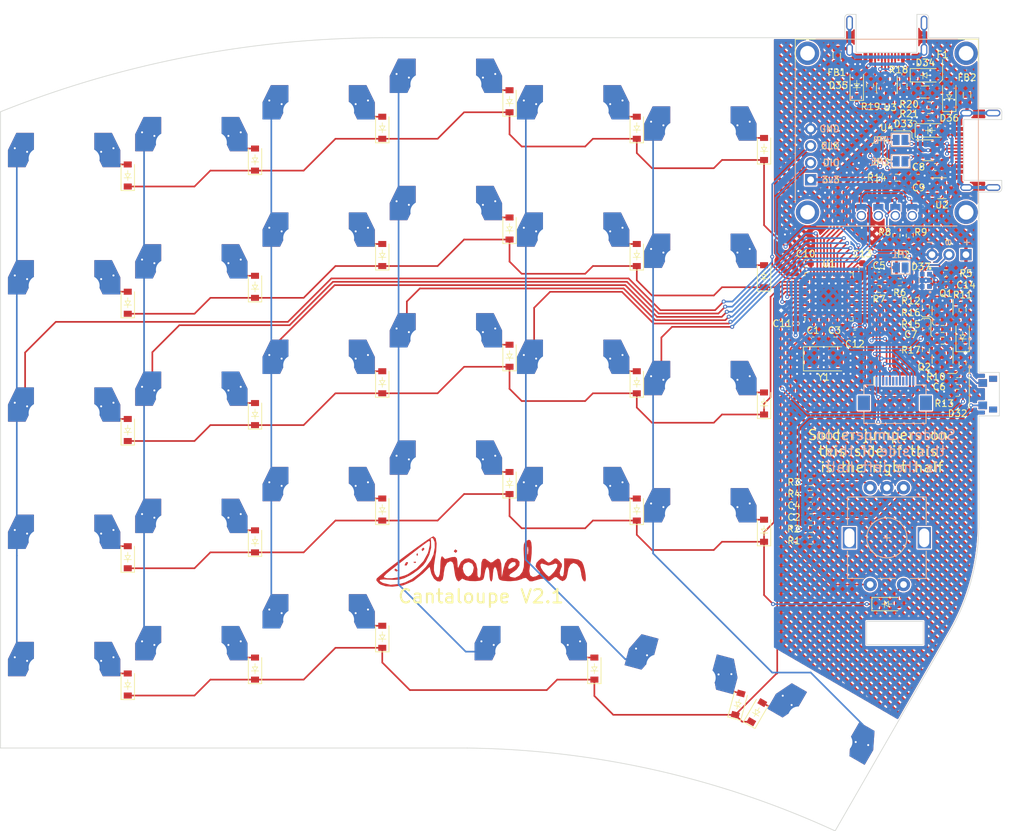
<source format=kicad_pcb>
(kicad_pcb (version 20211014) (generator pcbnew)
  (layers (0 "F.Cu" signal) (31 "B.Cu" signal) (34 "B.Paste" user) (35 "F.Paste" user) (36 "B.SilkS" user "B.Silkscreen") (37 "F.SilkS" user "F.Silkscreen") (38 "B.Mask" user) (39 "F.Mask" user) (44 "Edge.Cuts" user))
  (net 0 "")
  (net 1 "Net-(D1-Pad2)")
  (net 2 "Net-(D2-Pad2)")
  (net 3 "Net-(D3-Pad2)")
  (net 4 "Net-(D4-Pad2)")
  (net 5 "Net-(D5-Pad2)")
  (net 6 "Net-(D6-Pad2)")
  (net 7 "Net-(D7-Pad2)")
  (net 8 "Net-(D8-Pad2)")
  (net 9 "Net-(D9-Pad2)")
  (net 10 "Net-(D10-Pad2)")
  (net 11 "Net-(D11-Pad2)")
  (net 12 "Net-(D12-Pad2)")
  (net 13 "Net-(D13-Pad2)")
  (net 14 "Net-(D14-Pad2)")
  (net 15 "Net-(D15-Pad2)")
  (net 16 "Net-(D16-Pad2)")
  (net 17 "Net-(D17-Pad2)")
  (net 18 "Net-(D18-Pad2)")
  (net 19 "Net-(D19-Pad2)")
  (net 20 "Net-(D20-Pad2)")
  (net 21 "Net-(D21-Pad2)")
  (net 22 "Net-(D22-Pad2)")
  (net 23 "Net-(D23-Pad2)")
  (net 24 "Net-(D24-Pad2)")
  (net 25 "Net-(D25-Pad2)")
  (net 26 "Net-(D26-Pad2)")
  (net 27 "Net-(D27-Pad2)")
  (net 28 "Net-(D28-Pad2)")
  (net 29 "Net-(D29-Pad2)")
  (net 30 "Net-(D30-Pad2)")
  (net 31 "Net-(D31-Pad2)")
  (net 32 "Net-(C2-Pad2)")
  (net 33 "GND")
  (net 34 "BOOT0")
  (net 35 "NRST")
  (net 36 "Net-(C4-Pad2)")
  (net 37 "Net-(C5-Pad2)")
  (net 38 "+5V")
  (net 39 "HSE_IN")
  (net 40 "+3V3")
  (net 41 "ROW3")
  (net 42 "ROW4")
  (net 43 "Net-(D32-Pad2)")
  (net 44 "VBUS")
  (net 45 "Net-(D35-Pad1)")
  (net 46 "Net-(D36-Pad2)")
  (net 47 "D+")
  (net 48 "D-")
  (net 49 "SCL")
  (net 50 "SDA")
  (net 51 "Link+")
  (net 52 "Link-")
  (net 53 "RX")
  (net 54 "TX")
  (net 55 "Net-(Q2-Pad1)")
  (net 56 "ROT_A")
  (net 57 "ROT_B")
  (net 58 "PLUGGED")
  (net 59 "Side")
  (net 60 "HSE_OUT")
  (net 61 "COL0")
  (net 62 "COL1")
  (net 63 "COL2")
  (net 64 "COL3")
  (net 65 "COL4")
  (net 66 "COL5")
  (net 67 "COLROT")
  (net 68 "Net-(JP1-Pad2)")
  (net 69 "ROW0")
  (net 70 "ROW1")
  (net 71 "ROW2")
  (net 72 "Net-(D33-Pad1)")
  (net 73 "Net-(Q1-Pad3)")
  (net 74 "Net-(Q1-Pad1)")
  (net 76 "Net-(J3-PadA5)")
  (net 81 "SCK")
  (net 82 "MISO")
  (net 84 "BOOT1")
  (net 85 "LED")
  (net 86 "Net-(J3-PadB5)")
  (net 87 "Net-(D32-Pad1)")
  (net 88 "SS")
  (net 89 "MOSI")
  (net 96 "Net-(FB1-Pad2)")
  (net 97 "Net-(FB2-Pad2)")
  (footprint "Capacitor_SMD:C_0603_1608Metric" (layer "F.Cu") (at 142.404078 62.067009 180)
    (fp_text reference "C12")
    (fp_text value "100n")
  )
  (footprint "Ariamelon:OLED_0.96_SSD1306_128x64_Flippable_Reversepads" (layer "F.Cu") (at 147.193078 44.409596 180)
    (fp_text reference "J1" hide)
    (fp_text value "OLED")
  )
  (footprint "Package_DFN_QFN:QFN-48-1EP_7x7mm_P0.5mm_EP5.6x5.6mm" (layer "F.Cu") (at 138.538503 56.567009 90)
    (fp_text reference "U1")
    (fp_text value "STM32F4x1CxUx")
  )
  (footprint "Ariamelon:Ariamelon_Logo_x3_CU" (layer "F.Cu") (at 86.443078 96.158417)
    (fp_text reference "A1" hide)
    (fp_text value "Art" hide)
  )
  (footprint "Capacitor_SMD:C_0603_1608Metric" (layer "F.Cu") (at 139.354078 63.097012 180)
    (fp_text reference "C3")
    (fp_text value "20p")
  )
  (footprint "Crystal:Crystal_SMD_5032-2Pin_5.0x3.2mm" (layer "F.Cu") (at 137.754078 65.847012)
    (fp_text reference "Y1")
    (fp_text value "8MHz")
  )
  (footprint "Ariamelon:D_SOD-123" (layer "F.Cu") (at 128.813518 72.533999 90)
    (fp_text reference "D28" hide)
    (fp_text value "D")
  )
  (footprint "Ariamelon:D_SOD-123" (layer "F.Cu") (at 147.193078 102.567012)
    (fp_text reference "D31" hide)
    (fp_text value "D")
  )
  (footprint "Ariamelon:D_SOD-123" (layer "F.Cu") (at 52.613518 74.121503 90)
    (fp_text reference "D8" hide)
    (fp_text value "D")
  )
  (footprint "Ariamelon:D_SOD-123" (layer "F.Cu") (at 127.72038 118.745502 60)
    (fp_text reference "D30" hide)
    (fp_text value "D")
  )
  (footprint "Ariamelon:D_SOD-123" (layer "F.Cu") (at 103.413514 112.2215 90)
    (fp_text reference "D20" hide)
    (fp_text value "D")
  )
  (footprint "Ariamelon:D_SOD-123" (layer "F.Cu") (at 109.763519 88.408992 90)
    (fp_text reference "D24" hide)
    (fp_text value "D")
  )
  (footprint "Ariamelon:D_SOD-123" (layer "F.Cu") (at 71.663517 88.409002 90)
    (fp_text reference "D14" hide)
    (fp_text value "D")
  )
  (footprint "Ariamelon:D_SOD-123" (layer "F.Cu") (at 52.61352 93.1715 90)
    (fp_text reference "D9" hide)
    (fp_text value "D")
  )
  (footprint "Ariamelon:D_SOD-123" (layer "F.Cu") (at 90.713516 65.390243 90)
    (fp_text reference "D18" hide)
    (fp_text value "D")
  )
  (footprint "Ariamelon:D_SOD-123" (layer "F.Cu") (at 128.813523 91.583994 90)
    (fp_text reference "D29" hide)
    (fp_text value "D")
  )
  (footprint "Ariamelon:D_SOD-123" (layer "F.Cu") (at 71.663516 107.459001 90)
    (fp_text reference "D15" hide)
    (fp_text value "D")
  )
  (footprint "Ariamelon:D_SOD-123" (layer "F.Cu") (at 52.613514 55.071498 90)
    (fp_text reference "D7" hide)
    (fp_text value "D")
  )
  (footprint "Ariamelon:D_SOD-123" (layer "F.Cu") (at 90.713523 84.440253 90)
    (fp_text reference "D19" hide)
    (fp_text value "D")
  )
  (footprint "Ariamelon:D_SOD-123" (layer "F.Cu") (at 52.613511 112.221498 90)
    (fp_text reference "D10" hide)
    (fp_text value "D")
  )
  (footprint "Ariamelon:D_SOD-123" (layer "F.Cu") (at 128.813516 53.484003 90)
    (fp_text reference "D27" hide)
    (fp_text value "D")
  )
  (footprint "Ariamelon:D_SOD-123" (layer "F.Cu") (at 33.563516 114.602751 90)
    (fp_text reference "D5" hide)
    (fp_text value "D")
  )
  (footprint "Ariamelon:D_SOD-123" (layer "F.Cu") (at 71.663517 69.358996 90)
    (fp_text reference "D13" hide)
    (fp_text value "D")
  )
  (footprint "Ariamelon:D_SOD-123" (layer "F.Cu") (at 33.563515 95.55275 90)
    (fp_text reference "D4" hide)
    (fp_text value "D")
  )
  (footprint "Ariamelon:D_SOD-123" (layer "F.Cu") (at 109.763514 69.358988 90)
    (fp_text reference "D23" hide)
    (fp_text value "D")
  )
  (footprint "Ariamelon:D_SOD-123" (layer "F.Cu") (at 33.563525 76.502749 90)
    (fp_text reference "D3" hide)
    (fp_text value "D")
  )
  (footprint "Ariamelon:D_SOD-123" (layer "F.Cu") (at 124.932962 117.544258 75)
    (fp_text reference "D25" hide)
    (fp_text value "D")
  )
  (footprint "Ariamelon:D_SOD-123" (layer "F.Cu") (at 90.713521 46.340247 90)
    (fp_text reference "D17" hide)
    (fp_text value "D")
  )
  (footprint "Ariamelon:D_SOD-123" (layer "F.Cu") (at 71.663522 50.308998 90)
    (fp_text reference "D12" hide)
    (fp_text value "D")
  )
  (footprint "Ariamelon:D_SOD-123" (layer "F.Cu") (at 109.763514 50.308998 90)
    (fp_text reference "D22" hide)
    (fp_text value "D")
  )
  (footprint "Ariamelon:D_SOD-123" (layer "F.Cu") (at 109.763514 31.258998 90)
    (fp_text reference "D21" hide)
    (fp_text value "D")
  )
  (footprint "Ariamelon:D_SOD-123" (layer "F.Cu") (at 90.713513 27.290251 90)
    (fp_text reference "D16" hide)
    (fp_text value "D")
  )
  (footprint "Ariamelon:D_SOD-123" (layer "F.Cu") (at 33.563516 57.452745 90)
    (fp_text reference "D2" hide)
    (fp_text value "D")
  )
  (footprint "Ariamelon:D_SOD-123" (layer "F.Cu") (at 128.81352 34.434001 90)
    (fp_text reference "D26" hide)
    (fp_text value "D")
  )
  (footprint "Ariamelon:D_SOD-123" (layer "F.Cu") (at 71.66351 31.259 90)
    (fp_text reference "D11" hide)
    (fp_text value "D")
  )
  (footprint "Ariamelon:D_SOD-123" (layer "F.Cu") (at 33.563515 38.402747 90)
    (fp_text reference "D1" hide)
    (fp_text value "D")
  )
  (footprint "Ariamelon:D_SOD-123" (layer "F.Cu") (at 52.613514 36.021501 90)
    (fp_text reference "D6" hide)
    (fp_text value "D")
  )
  (footprint "Capacitor_SMD:C_0603_1608Metric" (layer "F.Cu") (at 135.788503 89.567009)
    (fp_text reference "C2")
    (fp_text value "100n")
  )
  (footprint "Capacitor_SMD:C_0603_1608Metric" (layer "F.Cu") (at 133.582503 60.567009 -90)
    (fp_text reference "C11")
    (fp_text value "100n")
  )
  (footprint "Capacitor_SMD:C_0603_1608Metric" (layer "F.Cu") (at 135.788503 87.817009)
    (fp_text reference "C4")
    (fp_text value "100n")
  )
  (footprint "Capacitor_SMD:C_0603_1608Metric" (layer "F.Cu") (at 135.038503 51.567009 180)
    (fp_text reference "C10")
    (fp_text value "100n")
  )
  (footprint "Ariamelon:MXOnly-1U-Hotswap-Dual" (layer "F.Cu") (at 115.732521 115.079008 -15)
    (fp_text reference "SW25")
    (fp_text value "MX")
  )
  (footprint "Ariamelon:MXOnly-1U-Hotswap-Dual" (layer "F.Cu") (at 135.969281 123.507998 -30)
    (fp_text reference "SW30")
    (fp_text value "MX")
  )
  (footprint "Ariamelon:EC11_Flippable" (layer "F.Cu") (at 147.193078 92.639811 -90)
    (fp_text reference "SW31" hide)
    (fp_text value "Encoder")
  )
  (footprint "Ariamelon:MXOnly-1U-Hotswap-Dual" (layer "F.Cu") (at 24.038511 38.402748)
    (fp_text reference "SW1")
    (fp_text value "MX")
  )
  (footprint "Capacitor_SMD:C_0603_1608Metric" (layer "F.Cu") (at 143.538503 52.317009 90)
    (fp_text reference "C13")
    (fp_text value "100n")
  )
  (footprint "Ariamelon:MXOnly-1U-Hotswap-Dual" (layer "F.Cu") (at 100.238514 88.40899)
    (fp_text reference "SW24")
    (fp_text value "MX")
  )
  (footprint "Ariamelon:MXOnly-1U-Hotswap-Dual" (layer "F.Cu") (at 119.288499 91.584011)
    (fp_text reference "SW29")
    (fp_text value "MX")
  )
  (footprint "Ariamelon:MXOnly-1U-Hotswap-Dual" (layer "F.Cu") (at 62.138504 88.409002)
    (fp_text reference "SW14")
    (fp_text value "MX")
  )
  (footprint "Ariamelon:MXOnly-1U-Hotswap-Dual" (layer "F.Cu") (at 81.188504 84.440249)
    (fp_text reference "SW19")
    (fp_text value "MX")
  )
  (footprint "Ariamelon:MXOnly-1U-Hotswap-Dual" (layer "F.Cu") (at 24.038519 114.602754)
    (fp_text reference "SW5")
    (fp_text value "MX")
  )
  (footprint "Ariamelon:MXOnly-1U-Hotswap-Dual" (layer "F.Cu") (at 100.238499 50.308999)
    (fp_text reference "SW22")
    (fp_text value "MX")
  )
  (footprint "Ariamelon:MXOnly-1U-Hotswap-Dual" (layer "F.Cu") (at 119.288509 53.484005)
    (fp_text reference "SW27")
    (fp_text value "MX")
  )
  (footprint "Ariamelon:MXOnly-1U-Hotswap-Dual" (layer "F.Cu") (at 24.038511 76.502757)
    (fp_text reference "SW3")
    (fp_text value "MX")
  )
  (footprint "Ariamelon:MXOnly-1U-Hotswap-Dual" (layer "F.Cu") (at 43.088518 74.121487)
    (fp_text reference "SW8")
    (fp_text value "MX")
  )
  (footprint "Ariamelon:MXOnly-1U-Hotswap-Dual" (layer "F.Cu") (at 62.138504 69.358989)
    (fp_text reference "SW13")
    (fp_text value "MX")
  )
  (footprint "Ariamelon:MXOnly-1U-Hotswap-Dual" (layer "F.Cu") (at 100.238517 69.359014)
    (fp_text reference "SW23")
    (fp_text value "MX")
  )
  (footprint "Ariamelon:MXOnly-1U-Hotswap-Dual" (layer "F.Cu") (at 81.188502 65.390254)
    (fp_text reference "SW18")
    (fp_text value "MX")
  )
  (footprint "Ariamelon:MXOnly-1U-Hotswap-Dual" (layer "F.Cu") (at 119.288506 72.534002)
    (fp_text reference "SW28")
    (fp_text value "MX")
  )
  (footprint "Ariamelon:MXOnly-1U-Hotswap-Dual" (layer "F.Cu") (at 24.038521 95.552756)
    (fp_text reference "SW4")
    (fp_text value "MX")
  )
  (footprint "Ariamelon:MXOnly-1U-Hotswap-Dual" (layer "F.Cu") (at 43.088505 93.171499)
    (fp_text reference "SW9")
    (fp_text value "MX")
  )
  (footprint "Ariamelon:MXOnly-1U-Hotswap-Dual" (layer "F.Cu") (at 43.088498 112.221502)
    (fp_text reference "SW10")
    (fp_text value "MX")
  )
  (footprint "Ariamelon:MXOnly-1U-Hotswap-Dual" (layer "F.Cu") (at 62.138508 107.458999)
    (fp_text reference "SW15")
    (fp_text value "MX")
  )
  (footprint "Ariamelon:MXOnly-1U-Hotswap-Dual" (layer "F.Cu") (at 93.888507 112.221498)
    (fp_text reference "SW20")
    (fp_text value "MX")
  )
  (footprint "Ariamelon:USB-C-C168688" (layer "F.Cu") (at 147.193078 13.483417)
    (fp_text reference "J3" hide)
    (fp_text value "USB_In")
  )
  (footprint "Ariamelon:USB-C-C168688" (layer "F.Cu") (at 165.198503 34.633417 -90)
    (fp_text reference "J4" hide)
    (fp_text value "Split_comm_link")
  )
  (footprint "Ariamelon:MXOnly-1U-Hotswap-Dual" (layer "F.Cu") (at 62.138507 31.259007)
    (fp_text reference "SW11")
    (fp_text value "MX")
  )
  (footprint "Ariamelon:MXOnly-1U-Hotswap-Dual" (layer "F.Cu") (at 24.038513 57.452742)
    (fp_text reference "SW2")
    (fp_text value "MX")
  )
  (footprint "Ariamelon:MXOnly-1U-Hotswap-Dual" (layer "F.Cu") (at 62.138502 50.309002)
    (fp_text reference "SW12")
    (fp_text value "MX")
  )
  (footprint "Ariamelon:MXOnly-1U-Hotswap-Dual" (layer "F.Cu") (at 100.238507 31.258993)
    (fp_text reference "SW21")
    (fp_text value "MX")
  )
  (footprint "Ariamelon:MXOnly-1U-Hotswap-Dual" (layer "F.Cu") (at 81.188509 46.340246)
    (fp_text reference "SW17")
    (fp_text value "MX")
  )
  (footprint "Ariamelon:MXOnly-1U-Hotswap-Dual" (layer "F.Cu") (at 81.18851 27.290244)
    (fp_text reference "SW16")
    (fp_text value "MX")
  )
  (footprint "Ariamelon:MXOnly-1U-Hotswap-Dual" (layer "F.Cu") (at 43.0885 36.021501)
    (fp_text reference "SW6")
    (fp_text value "MX")
  )
  (footprint "Ariamelon:MXOnly-1U-Hotswap-Dual" (layer "F.Cu") (at 43.088505 55.071507)
    (fp_text reference "SW7")
    (fp_text value "MX")
  )
  (footprint "Ariamelon:MXOnly-1U-Hotswap-Dual" (layer "F.Cu") (at 119.288503 34.434012)
    (fp_text reference "SW26")
    (fp_text value "MX")
  )
  (footprint "Resistor_SMD:R_0603_1608Metric" (layer "F.Cu") (at 135.788503 84.317009)
    (fp_text reference "R3")
    (fp_text value "10k")
  )
  (footprint "Resistor_SMD:R_0603_1608Metric" (layer "F.Cu") (at 135.788503 91.317009 180)
    (fp_text reference "R2")
    (fp_text value "10k")
  )
  (footprint "Resistor_SMD:R_0603_1608Metric" (layer "F.Cu") (at 135.788503 93.067009)
    (fp_text reference "R1")
    (fp_text value "10k")
  )
  (footprint "Resistor_SMD:R_0603_1608Metric" (layer "F.Cu") (at 135.788503 86.067009 180)
    (fp_text reference "R4")
    (fp_text value "10k")
  )
  (footprint "Capacitor_SMD:C_0603_1608Metric" (layer "F.Cu") (at 136.154078 63.097012)
    (fp_text reference "C1")
    (fp_text value "20p")
  )
  (footprint "Package_TO_SOT_SMD:SOT-23-6" (layer "F.Cu") (at 153.348503 34.633417)
    (fp_text reference "U4")
    (fp_text value "SRV05-4")
  )
  (footprint "Capacitor_SMD:C_0603_1608Metric" (layer "F.Cu") (at 146.038503 53.383417 180)
    (fp_text reference "C5")
    (fp_text value "4.7u")
  )
  (footprint "Resistor_SMD:R_0603_1608Metric" (layer "F.Cu") (at 146.038503 55.383417)
    (fp_text reference "R7")
    (fp_text value "100k")
  )
  (footprint "Jumper:SolderJumper-2_P1.3mm_Open_Pad1.0x1.5mm" (layer "F.Cu") (at 149.288503 52.184012)
    (fp_text reference "JP2")
    (fp_text value "Side_R")
  )
  (footprint "Resistor_SMD:R_0603_1608Metric" (layer "F.Cu") (at 149.130506 54.383416)
    (fp_text reference "R6")
    (fp_text value "10k")
  )
  (footprint "Resistor_SMD:R_0603_1608Metric" (layer "F.Cu") (at 148.693078 38.733417 180)
    (fp_text reference "R14")
    (fp_text value "10k")
  )
  (footprint "Resistor_SMD:R_0603_1608Metric" (layer "F.Cu") (at 158.538503 58.533417 90)
    (fp_text reference "R11")
    (fp_text value "1k")
  )
  (footprint "Resistor_SMD:R_0603_1608Metric" (layer "F.Cu") (at 156.042281 53.058417 180)
    (fp_text reference "R5")
    (fp_text value "5k1")
  )
  (footprint "Resistor_SMD:R_0603_1608Metric" (layer "F.Cu") (at 155.538503 61.383417 180)
    (fp_text reference "R16")
    (fp_text value "100")
  )
  (footprint "Capacitor_SMD:C_0603_1608Metric" (layer "F.Cu") (at 154.443078 37.133417)
    (fp_text reference "C8")
    (fp_text value "10u")
  )
  (footprint "Resistor_SMD:R_0603_1608Metric" (layer "F.Cu") (at 153.038503 58.052168 90)
    (fp_text reference "R12")
    (fp_text value "10k")
  )
  (footprint "Package_TO_SOT_SMD:SOT-23" (layer "F.Cu") (at 155.443078 40.317009)
    (fp_text reference "U2")
    (fp_text value "XC6206P332MR")
  )
  (footprint "Resistor_SMD:R_0603_1608Metric" (layer "F.Cu") (at 153.038503 64.533417 -90)
    (fp_text reference "R17")
    (fp_text value "100k")
  )
  (footprint "Inductor_SMD:L_0805_2012Metric" (layer "F.Cu") (at 159.198503 26.347012 -90)
    (fp_text reference "FB2")
    (fp_text value "4A")
  )
  (footprint "Resistor_SMD:R_0603_1608Metric" (layer "F.Cu") (at 149.693078 24.908417 90)
    (fp_text reference "R18")
    (fp_text value "5k1")
  )
  (footprint "Package_TO_SOT_SMD:SOT-23" (layer "F.Cu") (at 155.538503 58.633417 -90)
    (fp_text reference "Q1")
    (fp_text value "AO3400")
  )
  (footprint "Ariamelon:D_SOD-123" (layer "F.Cu") (at 153.693078 31.658417)
    (fp_text reference "D33")
    (fp_text value "B5819W-TP")
  )
  (footprint "Package_TO_SOT_SMD:SOT-23-6" (layer "F.Cu") (at 147.193078 25.327417 -90)
    (fp_text reference "U3")
    (fp_text value "SRV05-4")
  )
  (footprint "Ariamelon:D_SOD-123" (layer "F.Cu") (at 142.693078 24.908417 90)
    (fp_text reference "D35")
    (fp_text value "B5819W-TP")
  )
  (footprint "Package_TO_SOT_SMD:SOT-23" (layer "F.Cu") (at 155.538503 65.883417 -90)
    (fp_text reference "Q2")
    (fp_text value "AO3400")
  )
  (footprint "Capacitor_SMD:C_0603_1608Metric" (layer "F.Cu") (at 151.943078 38.733417 180)
    (fp_text reference "C9")
    (fp_text value "10u")
  )
  (footprint "Ariamelon:LED_WS2812-2020_Flippable" (layer "F.Cu") (at 153.038503 54.097012 -90)
    (fp_text reference "D37")
    (fp_text value "WS2812C-2020")
  )
  (footprint "Jumper:SolderJumper-2_P1.3mm_Open_Pad1.0x1.5mm" (layer "F.Cu") (at 149.248503 36.283417)
    (fp_text reference "JP3")
    (fp_text value "Link-_R")
  )
  (footprint "Resistor_SMD:R_0603_1608Metric" (layer "F.Cu") (at 157.763502 70.933418 180)
    (fp_text reference "R13")
    (fp_text value "1M")
  )
  (footprint "Capacitor_SMD:C_0603_1608Metric" (layer "F.Cu") (at 153.038503 61.308417 -90)
    (fp_text reference "C7")
    (fp_text value "100n")
  )
  (footprint "Ariamelon:D_SOD-123" (layer "F.Cu") (at 158.538503 62.533417 90)
    (fp_text reference "D32")
    (fp_text value "D")
  )
  (footprint "Fuse:Fuse_1206_3216Metric" (layer "F.Cu") (at 152.943078 25.908417 180)
    (fp_text reference "F1")
    (fp_text value "500mA")
  )
  (footprint "Resistor_SMD:R_0603_1608Metric" (layer "F.Cu") (at 153.523078 29.658417 180)
    (fp_text reference "R21")
    (fp_text value "200k")
  )
  (footprint "Resistor_SMD:R_0603_1608Metric" (layer "F.Cu") (at 150.629503 47.389417 -90)
    (fp_text reference "R9")
    (fp_text value "4.7k")
  )
  (footprint "Ariamelon:D_SOD-123" (layer "F.Cu") (at 152.943078 23.408417)
    (fp_text reference "D34")
    (fp_text value "SMF5.0A")
  )
  (footprint "Jumper:SolderJumper-2_P1.3mm_Open_Pad1.0x1.5mm" (layer "F.Cu") (at 149.248503 33.083417)
    (fp_text reference "JP4")
    (fp_text value "Link+_R")
  )
  (footprint "Resistor_SMD:R_0603_1608Metric" (layer "F.Cu") (at 153.523078 27.908417)
    (fp_text reference "R20")
    (fp_text value "100k")
  )
  (footprint "Capacitor_SMD:C_0603_1608Metric" (layer "F.Cu") (at 157.763503 69.183418 180)
    (fp_text reference "C6")
    (fp_text value "10u")
  )
  (footprint "Resistor_SMD:R_0603_1608Metric" (layer "F.Cu") (at 155.538503 63.133417)
    (fp_text reference "R15")
    (fp_text value "10k")
  )
  (footprint "Ariamelon:D_SOD-123" (layer "F.Cu") (at 156.538503 26.567009 90)
    (fp_text reference "D36")
    (fp_text value "B5819W-TP")
  )
  (footprint "Resistor_SMD:R_0603_1608Metric" (layer "F.Cu") (at 158.538503 66.533417 90)
    (fp_text reference "R10")
    (fp_text value "100k")
  )
  (footprint "Inductor_SMD:L_0805_2012Metric" (layer "F.Cu") (at 139.693078 20.483417 90)
    (fp_text reference "FB1")
    (fp_text value "4A")
  )
  (footprint "Resistor_SMD:R_0603_1608Metric" (layer "F.Cu") (at 148.629503 47.389417 -90)
    (fp_text reference "R8")
    (fp_text value "4.7k")
  )
  (footprint "Resistor_SMD:R_0603_1608Metric" (layer "F.Cu") (at 144.693078 24.908417 90)
    (fp_text reference "R19")
    (fp_text value "5k1")
  )
  (footprint "Capacitor_SMD:C_0603_1608Metric" (layer "F.Cu") (at 156.042281 54.808417 180)
    (fp_text reference "C14")
    (fp_text value "100n")
  )
  (footprint "Ariamelon:Switch_TS24CA_Flippable" (layer "B.Cu") (at 163.098503 71.142009 90)
    (fp_text reference "SW32" hide)
    (fp_text value "Reset")
  )
  (footprint "Jumper:SolderJumper-2_P1.3mm_Open_Pad1.0x1.5mm" (layer "B.Cu") (at 149.288503 52.184012)
    (fp_text reference "JP1")
    (fp_text value "Side_L")
  )
  (footprint "Ariamelon:Hirose_FH12-12S-0.5SH_1x12-1MP_P0.50mm_Horizontal_Flippable" (layer "B.Cu") (at 148.404078 71.047012 180)
    (fp_text reference "J2" hide)
    (fp_text value "Trackpad")
  )
  (footprint "Ariamelon:PinHeader_1x03_P2.54mm_Vertical_Silkless" (layer "B.Cu") (at 159.038503 50.254012 90)
    (fp_text reference "J5" hide)
    (fp_text value "RGB_Out")
  )
  (footprint "Jumper:SolderJumper-2_P1.3mm_Open_Pad1.0x1.5mm" (layer "B.Cu") (at 149.248503 36.283417)
    (fp_text reference "JP5")
    (fp_text value "Link-_L")
  )
  (footprint "Jumper:SolderJumper-2_P1.3mm_Open_Pad1.0x1.5mm" (layer "B.Cu") (at 149.248503 33.083417)
    (fp_text reference "JP6")
    (fp_text value "Link+_L")
  )
  (footprint "Ariamelon:Debug_SWD" (layer "B.Cu") (at 135.788503 35.233417)
    (fp_text reference "J6" hide)
    (fp_text value "SWD")
  )
  (gr_line (start 157.538503 68.033417) (end 157.788503 67.783417) (layer "F.SilkS") (width 0.12))
  (gr_line (start 153.788503 59.558417) (end 152.538503 59.558417) (layer "F.SilkS") (width 0.12))
  (gr_line (start 159.538503 73.033417) (end 159.288503 73.283417) (layer "F.SilkS") (width 0.12))
  (gr_line (start 153.788503 62.308417) (end 154.038503 62.558417) (layer "F.SilkS") (width 0.12))
  (gr_line (start 152.288503 59.308417) (end 152.538503 59.558417) (layer "F.SilkS") (width 0.12))
  (gr_line (start 149.443078 23.11342) (end 149.443078 23.36342) (layer "F.SilkS") (width 0.12))
  (gr_line (start 154.038503 60.558417) (end 154.288503 60.808417) (layer "F.SilkS") (width 0.12))
  (gr_line (start 150.693078 31.733417) (end 150.943078 31.983417) (layer "F.SilkS") (width 0.12))
  (gr_line (start 150.943078 31.983417) (end 150.943078 32.733417) (layer "F.SilkS") (width 0.12))
  (gr_line (start 153.788503 59.558417) (end 154.038503 59.808417) (layer "F.SilkS") (width 0.12))
  (gr_line (start 151.193078 30.233417) (end 151.443078 30.233417) (layer "F.SilkS") (width 0.12))
  (gr_line (start 152.538503 59.808417) (end 153.538503 59.808417) (layer "F.SilkS") (width 0.12))
  (gr_line (start 154.038503 59.808417) (end 154.038503 60.558417) (layer "F.SilkS") (width 0.12))
  (gr_line (start 150.943078 32.733417) (end 151.193078 32.983417) (layer "F.SilkS") (width 0.12))
  (gr_line (start 155.538503 24.067009) (end 155.038503 24.567009) (layer "F.SilkS") (width 0.12))
  (gr_line (start 156.288503 68.033417) (end 157.538503 68.033417) (layer "F.SilkS") (width 0.12))
  (gr_line (start 148.193078 31.733417) (end 150.693078 31.733417) (layer "F.SilkS") (width 0.12))
  (gr_line (start 155.538503 21.067009) (end 155.538503 24.067009) (layer "F.SilkS") (width 0.12))
  (gr_line (start 153.538503 59.808417) (end 153.788503 60.033417) (layer "F.SilkS") (width 0.12))
  (gr_line (start 151.443078 30.233417) (end 151.693078 30.483417) (layer "F.SilkS") (width 0.12))
  (gr_line (start 153.788503 60.033417) (end 153.788503 62.308417) (layer "F.SilkS") (width 0.12))
  (gr_line (start 159.538503 66.783417) (end 159.538503 73.033417) (layer "F.SilkS") (width 0.12))
  (gr_line (start 152.288503 60.058417) (end 152.538503 59.808417) (layer "F.SilkS") (width 0.12))
  (gr_line (start 151.693078 14.283418) (end 151.693077 19.983417) (layer "Edge.Cuts") (width 0.1))
  (gr_arc (start 140.896631 14.783418) (mid 141.043077 14.429867) (end 141.396626 14.283417) (layer "Edge.Cuts") (width 0.1))
  (gr_line (start 142.593078 14.283418) (end 141.396625 14.283411) (layer "Edge.Cuts") (width 0.1))
  (gr_arc (start 14.513857 28.864557) (mid 42.5649 20.62174) (end 71.663851 17.783411) (layer "Edge.Cuts") (width 0.1))
  (gr_line (start 164.035523 74.392009) (end 164.035521 67.892009) (layer "Edge.Cuts") (width 0.1))
  (gr_line (start 160.964788 90.496057) (end 160.964522 74.39201) (layer "Edge.Cuts") (width 0.1))
  (gr_line (start 160.964522 67.89201) (end 160.964503 40.88341) (layer "Edge.Cuts") (width 0.1))
  (gr_line (start 164.398504 40.383414) (end 164.398503 39.133417) (layer "Edge.Cuts") (width 0.1))
  (gr_arc (start 160.964788 90.496057) (mid 159.866979 98.856922) (end 156.647718 106.650869) (layer "Edge.Cuts") (width 0.1))
  (gr_line (start 140.896631 17.783418) (end 71.663851 17.783411) (layer "Edge.Cuts") (width 0.1))
  (gr_line (start 164.398503 39.133417) (end 158.698504 39.133417) (layer "Edge.Cuts") (width 0.1))
  (gr_line (start 14.513516 124.11505) (end 84.38925 124.11426) (layer "Edge.Cuts") (width 0.1))
  (gr_line (start 152.943078 14.283418) (end 151.693078 14.283418) (layer "Edge.Cuts") (width 0.1))
  (gr_line (start 14.513857 28.864557) (end 14.513516 124.11505) (layer "Edge.Cuts") (width 0.1))
  (gr_line (start 160.964522 17.783417) (end 153.443079 17.783417) (layer "Edge.Cuts") (width 0.1))
  (gr_line (start 160.960949 28.33697) (end 160.964522 17.783417) (layer "Edge.Cuts") (width 0.1))
  (gr_arc (start 152.943078 14.283418) (mid 153.296622 14.429866) (end 153.443069 14.783411) (layer "Edge.Cuts") (width 0.1))
  (gr_line (start 158.698504 39.133417) (end 158.698504 30.033417) (layer "Edge.Cuts") (width 0.1))
  (gr_arc (start 164.398504 40.383414) (mid 164.252061 40.73696) (end 163.898515 40.883403) (layer "Edge.Cuts") (width 0.1))
  (gr_arc (start 163.89851 28.336971) (mid 164.252056 28.483414) (end 164.398501 28.83696) (layer "Edge.Cuts") (width 0.1))
  (gr_rect (start 144.154078 105.139811) (end 152.654078 108.639811) (layer "Edge.Cuts") (width 0.1) (fill none))
  (gr_line (start 164.398504 30.033417) (end 164.398501 28.83696) (layer "Edge.Cuts") (width 0.1))
  (gr_line (start 164.035521 67.892009) (end 160.964522 67.89201) (layer "Edge.Cuts") (width 0.1))
  (gr_line (start 163.89851 28.336971) (end 160.960949 28.33697) (layer "Edge.Cuts") (width 0.1))
  (gr_line (start 158.698504 30.033417) (end 164.398504 30.033417) (layer "Edge.Cuts") (width 0.1))
  (gr_line (start 160.964503 40.88341) (end 163.898515 40.883403) (layer "Edge.Cuts") (width 0.1))
  (gr_line (start 142.593078 19.983417) (end 142.593078 14.283418) (layer "Edge.Cuts") (width 0.1))
  (gr_arc (start 84.38925 124.11426) (mid 112.574785 127.421471) (end 139.45586 136.519265) (layer "Edge.Cuts") (width 0.1))
  (gr_line (start 151.693077 19.983417) (end 142.593078 19.983417) (layer "Edge.Cuts") (width 0.1))
  (gr_line (start 153.443079 17.783417) (end 153.443076 14.78341) (layer "Edge.Cuts") (width 0.1))
  (gr_line (start 139.45586 136.519265) (end 156.647718 106.650872) (layer "Edge.Cuts") (width 0.1))
  (gr_line (start 160.964522 74.39201) (end 164.035523 74.392009) (layer "Edge.Cuts") (width 0.1))
  (gr_line (start 140.896631 14.783418) (end 140.896631 17.783418) (layer "Edge.Cuts") (width 0.1))
  (gr_text "+  ∿  -" (at 156.404078 48.347012) (layer "B.SilkS") (effects (font (size 1 1)) (justify mirror)))
  (gr_text "Solder jumpers on \nthis side if this \nis the left half" (at 146.443078 79.658417) (layer "B.SilkS") (effects (font (size 1.5 1.5) (thickness 0.2)) (justify mirror)))
  (gr_text "Solder jumpers on \nthis side if this \nis the right half" (at 146.443078 79.658417) (layer "F.SilkS") (effects (font (size 1.5 1.5) (thickness 0.2))))
  (gr_text "-  ∿  +" (at 156.404078 48.347012) (layer "F.SilkS") (effects (font (size 1 1))))
  (gr_text "Cantaloupe V2.1" (at 86.443078 101.408417) (layer "F.SilkS") (effects (font (size 2 2) (thickness 0.3))))
  (segment (start 33.563528 36.752737) (end 32.0135 36.752737) (width 0.25) (layer "F.Cu") (net 1))
  (segment (start 33.56353 55.802731) (end 32.013502 55.802731) (width 0.25) (layer "F.Cu") (net 2))
  (segment (start 33.563528 74.852746) (end 32.0135 74.852746) (width 0.25) (layer "F.Cu") (net 3))
  (segment (start 33.563538 93.902745) (end 32.01351 93.902745) (width 0.25) (layer "F.Cu") (net 4))
  (segment (start 33.563536 112.952743) (end 32.013508 112.952743) (width 0.25) (layer "F.Cu") (net 5))
  (segment (start 52.613517 34.37149) (end 51.063489 34.37149) (width 0.25) (layer "F.Cu") (net 6))
  (segment (start 52.613522 53.421496) (end 51.063494 53.421496) (width 0.25) (layer "F.Cu") (net 7))
  (segment (start 52.613535 72.471476) (end 51.063507 72.471476) (width 0.25) (layer "F.Cu") (net 8))
  (segment (start 52.613522 91.521488) (end 51.063494 91.521488) (width 0.25) (layer "F.Cu") (net 9))
  (segment (start 52.613515 110.571491) (end 51.063487 110.571491) (width 0.25) (layer "F.Cu") (net 10))
  (segment (start 71.663524 29.608996) (end 70.113496 29.608996) (width 0.25) (layer "F.Cu") (net 11))
  (segment (start 71.663519 48.658991) (end 70.113491 48.658991) (width 0.25) (layer "F.Cu") (net 12))
  (segment (start 71.663521 67.708978) (end 70.113493 67.708978) (width 0.25) (layer "F.Cu") (net 13))
  (segment (start 71.663521 86.758991) (end 70.113493 86.758991) (width 0.25) (layer "F.Cu") (net 14))
  (segment (start 71.663525 105.808988) (end 70.113497 105.808988) (width 0.25) (layer "F.Cu") (net 15))
  (segment (start 90.713527 25.640233) (end 89.163499 25.640233) (width 0.25) (layer "F.Cu") (net 16))
  (segment (start 90.713526 44.690235) (end 89.163498 44.690235) (width 0.25) (layer "F.Cu") (net 17))
  (segment (start 90.713519 63.740243) (end 89.163491 63.740243) (width 0.25) (layer "F.Cu") (net 18))
  (segment (start 90.713521 82.790238) (end 89.163493 82.790238) (width 0.25) (layer "F.Cu") (net 19))
  (segment (start 103.413524 110.571487) (end 101.863496 110.571487) (width 0.25) (layer "F.Cu") (net 20))
  (segment (start 109.763524 29.608982) (end 108.213496 29.608982) (width 0.25) (layer "F.Cu") (net 21))
  (segment (start 109.763516 48.658988) (end 108.213488 48.658988) (width 0.25) (layer "F.Cu") (net 22))
  (segment (start 109.763534 67.709003) (end 108.213506 67.709003) (width 0.25) (layer "F.Cu") (net 23))
  (segment (start 109.763531 86.758979) (end 108.213503 86.758979) (width 0.25) (layer "F.Cu") (net 24))
  (segment (start 125.360034 115.950475) (end 123.862825 115.549299) (width 0.25) (layer "F.Cu") (net 25))
  (segment (start 128.81352 32.784001) (end 127.263492 32.784001) (width 0.25) (layer "F.Cu") (net 26))
  (segment (start 128.813526 51.833994) (end 127.263498 51.833994) (width 0.25) (layer "F.Cu") (net 27))
  (segment (start 128.813523 70.883991) (end 127.263495 70.883991) (width 0.25) (layer "F.Cu") (net 28))
  (segment (start 128.813516 89.934) (end 127.263488 89.934) (width 0.25) (layer "F.Cu") (net 29))
  (segment (start 128.54538 117.316538) (end 129.887743 118.091552) (width 0.25) (layer "F.Cu") (net 30))
  (segment (start 148.843078 100.489811) (end 149.693078 99.639811) (width 0.25) (layer "F.Cu") (net 31))
  (segment (start 148.843078 102.567012) (end 148.843078 100.489811) (width 0.25) (layer "F.Cu") (net 31))
  (segment (start 136.613503 93.067009) (end 136.613503 89.617009) (width 0.25) (layer "F.Cu") (net 32))
  (segment (start 136.563503 89.567009) (end 145.26588 89.567009) (width 0.25) (layer "F.Cu") (net 32))
  (segment (start 145.26588 89.567009) (end 149.693078 85.139811) (width 0.25) (layer "F.Cu") (net 32))
  (segment (start 143.384578 43.071096) (end 142.420182 43.071096) (width 0.5) (layer "F.Cu") (net 33))
  (segment (start 135.101003 58.817009) (end 136.288503 58.817009) (width 0.25) (layer "F.Cu") (net 33))
  (segment (start 141.976003 54.317009) (end 140.788503 54.317009) (width 0.25) (layer "F.Cu") (net 33))
  (segment (start 147.193078 24.189917) (end 147.193078 25.158417) (width 0.5) (layer "F.Cu") (net 33))
  (segment (start 139.288503 60.004509) (end 139.288503 58.817009) (width 0.25) (layer "F.Cu") (net 33))
  (segment (start 136.288503 53.129509) (end 136.288503 54.317009) (width 0.25) (layer "F.Cu") (net 33))
  (segment (start 143.292003 43.071096) (end 144.492003 43.071096) (width 0.5) (layer "F.Cu") (net 33))
  (via (at 133.943078 40.733417) (size 0.6) (drill 0.3) (layers "F.Cu" "B.Cu") (net 33))
  (via (at 155.763503 70.758418) (size 0.6) (drill 0.3) (layers "F.Cu" "B.Cu") (net 33))
  (via (at 133.288503 89.883417) (size 0.6) (drill 0.3) (layers "F.Cu" "B.Cu") (net 33))
  (via (at 149.193078 26.649825) (size 0.6) (drill 0.3) (layers "F.Cu" "B.Cu") (net 33))
  (via (at 140.538503 56.567009) (size 0.6) (drill 0.3) (layers "F.Cu" "B.Cu") (net 33))
  (via (at 136.538503 58.567009) (size 0.6) (drill 0.3) (layers "F.Cu" "B.Cu") (net 33))
  (via (at 133.288503 88.383417) (size 0.6) (drill 0.3) (layers "F.Cu" "B.Cu") (net 33))
  (via (at 140.443078 22.483417) (size 0.6) (drill 0.3) (layers "F.Cu" "B.Cu") (net 33))
  (via (at 136.538503 57.567009) (size 0.6) (drill 0.3) (layers "F.Cu" "B.Cu") (net 33))
  (via (at 146.038503 52.383417) (size 0.6) (drill 0.3) (layers "F.Cu" "B.Cu") (net 33))
  (via (at 141.943078 24.908417) (size 0.6) (drill 0.3) (layers "F.Cu" "B.Cu") (net 33))
  (via (at 137.754078 66.097012) (size 0.6) (drill 0.3) (layers "F.Cu" "B.Cu") (net 33))
  (via (at 134.754078 68.097012) (size 0.6) (drill 0.3) (layers "F.Cu" "B.Cu") (net 33))
  (via (at 151.943078 21.733417) (size 0.6) (drill 0.3) (layers "F.Cu" "B.Cu") (net 33))
  (via (at 145.193078 26.649825) (size 0.6) (drill 0.3) (layers "F.Cu" "B.Cu") (net 33))
  (via (at 137.538503 58.567009) (size 0.6) (drill 0.3) (layers "F.Cu" "B.Cu") (net 33))
  (via (at 148.788503 55.567009) (size 0.6) (drill 0.3) (layers "F.Cu" "B.Cu") (net 33))
  (via (at 142.404078 63.097012) (size 0.6) (drill 0.3) (layers "F.Cu" "B.Cu") (net 33))
  (via (at 143.443078 46.233417) (size 0.6) (drill 0.3) (layers "F.Cu" "B.Cu") (net 33))
  (via (at 149.538503 55.567009) (size 0.6) (drill 0.3) (layers "F.Cu" "B.Cu") (net 33))
  (via (at 156.698503 31.383417) (size 0.6) (drill 0.3) (layers "F.Cu" "B.Cu") (net 33))
  (via (at 156.698503 38.633417) (size 0.6) (drill 0.3) (layers "F.Cu" "B.Cu") (net 33))
  (via (at 156.698503 37.883417) (size 0.6) (drill 0.3) (layers "F.Cu" "B.Cu") (net 33))
  (via (at 144.529503 42.123009) (size 0.6) (drill 0.3) (layers "F.Cu" "B.Cu") (net 33))
  (via (at 144.193078 26.649825) (size 0.6) (drill 0.3) (layers "F.Cu" "B.Cu") (net 33))
  (via (at 137.754078 64.097012) (size 0.6) (drill 0.3) (layers "F.Cu" "B.Cu") (net 33))
  (via (at 136.538503 56.567009) (size 0.6) (drill 0.3) (layers "F.Cu" "B.Cu") (net 33))
  (via (at 136.754078 68.097012) (size 0.6) (drill 0.3) (layers "F.Cu" "B.Cu") (net 33))
  (via (at 133.754078 66.097012) (size 0.6) (drill 0.3) (layers "F.Cu" "B.Cu") (net 33))
  (via (at 142.443078 21.733417) (size 0.6) (drill 0.3) (layers "F.Cu" "B.Cu") (net 33))
  (via (at 151.098503 34.633417) (size 0.6) (drill 0.3) (layers "F.Cu" "B.Cu") (net 33))
  (via (at 137.943078 40.983417) (size 0.6) (drill 0.3) (layers "F.Cu" "B.Cu") (net 33))
  (via (at 152.348503 37.133417) (size 0.6) (drill 0.3) (layers "F.Cu" "B.Cu") (net 33))
  (via (at 141.754078 65.097012) (size 0.6) (drill 0.3) (layers "F.Cu" "B.Cu") (net 33))
  (via (at 140.538503 57.567009) (size 0.6) (drill 0.3) (layers "F.Cu" "B.Cu") (net 33))
  (via (at 156.538503 27.067009) (size 0.6) (drill 0.3) (layers "F.Cu" "B.Cu") (net 33))
  (via (at 136.538503 54.567009) (size 0.6) (drill 0.3) (layers "F.Cu" "B.Cu") (net 33))
  (via (at 138.538503 54.567009) (size 0.6) (drill 0.3) (layers "F.Cu" "B.Cu") (net 33))
  (via (at 149.600503 47.383417) (size 0.6) (drill 0.3) (layers "F.Cu" "B.Cu") (net 33))
  (via (at 140.538503 54.567009) (size 0.6) (drill 0.3) (layers "F.Cu" "B.Cu") (net 33))
  (via (at 159.943078 24.233417) (size 0.6) (drill 0.3) (layers "F.Cu" "B.Cu") (net 33))
  (via (at 153.598503 39.633417) (size 0.6) (drill 0.3) (layers "F.Cu" "B.Cu") (net 33))
  (via (at 153.693078 32.408417) (size 0.6) (drill 0.3) (layers "F.Cu" "B.Cu") (net 33))
  (via (at 150.404078 70.597012) (size 0.6) (drill 0.3) (layers "F.Cu" "B.Cu") (net 33))
  (via (at 157.288503 27.067009) (size 0.6) (drill 0.3) (layers "F.Cu" "B.Cu") (net 33))
  (via (at 141.754078 67.097012) (size 0.6) (drill 0.3) (layers "F.Cu" "B.Cu") (net 33))
  (via (at 143.154078 63.097012) (size 0.6) (drill 0.3) (layers "F.Cu" "B.Cu") (net 33))
  (via (at 133.754078 68.097012) (size 0.6) (drill 0.3) (layers "F.Cu" "B.Cu") (net 33))
  (via (at 139.943078 45.233417) (size 0.6) (drill 0.3) (layers "F.Cu" "B.Cu") (net 33))
  (via (at 153.693078 30.908417) (size 0.6) (drill 0.3) (layers "F.Cu" "B.Cu") (net 33))
  (via (at 138.943078 22.483417) (size 0.6) (drill 0.3) (layers "F.Cu" "B.Cu") (net 33))
  (via (at 146.404078 70.597012) (size 0.6) (drill 0.3) (layers "F.Cu" "B.Cu") (net 33))
  (via (at 138.754078 68.097012) (size 0.6) (drill 0.3) (layers "F.Cu" "B.Cu") (net 33))
  (via (at 158.443078 24.233417) (size 0.6) (drill 0.3) (layers "F.Cu" "B.Cu") (net 33))
  (via (at 151.693078 29.733417) (size 0.6) (drill 0.3) (layers "F.Cu" "B.Cu") (net 33))
  (via (at 150.193078 26.649825) (size 0.6) (drill 0.3) (layers "F.Cu" "B.Cu") (net 33))
  (via (at 139.538503 54.567009) (size 0.6) (drill 0.3) (layers "F.Cu" "B.Cu") (net 33))
  (via (at 136.538503 55.567009) (size 0.6) (drill 0.3) (layers "F.Cu" "B.Cu") (net 33))
  (via (at 140.538503 55.567009) (size 0.6) (drill 0.3) (layers "F.Cu" "B.Cu") (net 33))
  (via (at 142.693078 24.908417) (size 0.6) (drill 0.3) (layers "F.Cu" "B.Cu") (net 33))
  (via (at 133.754078 65.097012) (size 0.6) (drill 0.3) (layers "F.Cu" "B.Cu") (net 33))
  (via (at 153.042281 54.108161) (size 0.6) (drill 0.3) (layers "F.Cu" "B.Cu") (net 33))
  (via (at 140.538503 58.567009) (size 0.6) (drill 0.3) (layers "F.Cu" "B.Cu") (net 33))
  (via (at 133.754078 67.097012) (size 0.6) (drill 0.3) (layers "F.Cu" "B.Cu") (net 33))
  (via (at 146.788503 52.383417) (size 0.6) (drill 0.3) (layers "F.Cu" "B.Cu") (net 33))
  (via (at 137.754078 65.097012) (size 0.6) (drill 0.3) (layers "F.Cu" "B.Cu") (net 33))
  (via (at 152.848503 38.42404) (size 0.6) (drill 0.3) (layers "F.Cu" "B.Cu") (net 33))
  (via (at 152.038503 60.052168) (size 0.6) (drill 0.3) (layers "F.Cu" "B.Cu") (net 33))
  (via (at 147.193078 25.158417) (size 0.6) (drill 0.3) (layers "F.Cu" "B.Cu") (net 33))
  (via (at 137.754078 68.097012) (size 0.6) (drill 0.3) (layers "F.Cu" "B.Cu") (net 33))
  (via (at 141.193078 37.983417) (size 0.6) (drill 0.3) (layers "F.Cu" "B.Cu") (net 33))
  (via (at 139.754078 68.097012) (size 0.6) (drill 0.3) (layers "F.Cu" "B.Cu") (net 33))
  (via (at 152.038503 59.302168) (size 0.6) (drill 0.3) (layers "F.Cu" "B.Cu") (net 33))
  (via (at 141.754078 68.097012) (size 0.6) (drill 0.3) (layers "F.Cu" "B.Cu") (net 33))
  (via (at 155.538503 57.133417) (size 0.6) (drill 0.3) (layers "F.Cu" "B.Cu") (net 33))
  (via (at 149.600503 45.383417) (size 0.6) (drill 0.3) (layers "F.Cu" "B.Cu") (net 33))
  (via (at 148.038503 55.567009) (size 0.6) (drill 0.3) (layers "F.Cu" "B.Cu") (net 33))
  (via (at 153.693078 31.658417) (size 0.6) (drill 0.3) (layers "F.Cu" "B.Cu") (net 33))
  (via (at 135.754078 68.097012) (size 0.6) (drill 0.3) (layers "F.Cu" "B.Cu") (net 33))
  (via (at 131.943078 47.233417) (size 0.6) (drill 0.3) (layers "F.Cu" "B.Cu") (net 33))
  (via (at 151.193078 21.733417) (size 0.6) (drill 0.3) (layers "F.Cu" "B.Cu") (net 33))
  (via (at 138.538503 58.567009) (size 0.6) (drill 0.3) (layers "F.Cu" "B.Cu") (net 33))
  (via (at 155.763503 72.508418) (size 0.6) (drill 0.3) (layers "F.Cu" "B.Cu") (net 33))
  (via (at 133.288503 89.133417) (size 0.6) (drill 0.3) (layers "F.Cu" "B.Cu") (net 33))
  (via (at 142.998503 36.533417) (size 0.6) (drill 0.3) (layers "F.Cu" "B.Cu") (net 33))
  (via (at 139.538503 58.567009) (size 0.6) (drill 0.3) (layers "F.Cu" "B.Cu") (net 33))
  (via (at 141.754078 66.097012) (size 0.6) (drill 0.3) (layers "F.Cu" "B.Cu") (net 33))
  (via (at 137.538503 54.567009) (size 0.6) (drill 0.3) (layers "F.Cu" "B.Cu") (net 33))
  (via (at 150.943078 29.733417) (size 0.6) (drill 0.3) (layers "F.Cu" "B.Cu") (net 33))
  (via (at 134.788503 60.317009) (size 0.6) (drill 0.3) (layers "F.Cu" "B.Cu") (net 33))
  (via (at 149.693078 42.158417) (size 0.6) (drill 0.3) (layers "F.Cu" "B.Cu") (net 33))
  (via (at 153.693078 22.658417) (size 0.6) (drill 0.3) (layers "F.Cu" "B.Cu") (net 33))
  (via (at 139.693078 22.483417) (size 0.6) (drill 0.3) (layers "F.Cu" "B.Cu") (net 33))
  (via (at 133.288503 87.633417) (size 0.6) (drill 0.3) (layers "F.Cu" "B.Cu") (net 33))
  (via (at 156.698503 30.633417) (size 0.6) (drill 0.3) (layers "F.Cu" "B.Cu") (net 33))
  (via (at 153.693078 24.158417) (size 0.6) (drill 0.3) (layers "F.Cu" "B.Cu") (net 33))
  (via (at 143.443078 24.908417) (size 0.6) (drill 0.3) (layers "F.Cu" "B.Cu") (net 33))
  (via (at 140.754078 68.097012) (size 0.6) (drill 0.3) (layers "F.Cu" "B.Cu") (net 33))
  (via (at 143.193078 21.733417) (size 0.6) (drill 0.3) (layers "F.Cu" "B.Cu") (net 33))
  (via (at 137.754078 67.097012) (size 0.6) (drill 0.3) (layers "F.Cu" "B.Cu") (net 33))
  (via (at 155.788503 27.067009) (size 0.6) (drill 0.3) (layers "F.Cu" "B.Cu") (net 33))
  (via (at 150.348503 34.633417) (size 0.6) (drill 0.3) (layers "F.Cu" "B.Cu") (net 33))
  (via (at 159.193078 24.233417) (size 0.6) (drill 0.3) (layers "F.Cu" "B.Cu") (net 33))
  (via (at 153.693078 23.408417) (size 0.6) (drill 0.3) (layers "F.Cu" "B.Cu") (net 33))
  (segment (start 150.920503 43.079596) (end 152.57009 43.079596) (width 0.5) (layer "B.Cu") (net 33))
  (segment (start 150.920503 43.079596) (end 149.77609 43.079596) (width 0.5) (layer "B.Cu") (net 33))
  (segment (start 131.296503 59.825009) (end 131.288503 59.833009) (width 0.25) (layer "F.Cu") (net 34))
  (segment (start 158.588502 69.233417) (end 158.588503 72.233418) (width 0.25) (layer "F.Cu") (net 34))
  (segment (start 131.288503 59.833009) (end 131.288503 70.067009) (width 0.25) (layer "F.Cu") (net 34))
  (segment (start 158.538503 69.183418) (end 158.538503 67.408416) (width 0.25) (layer "F.Cu") (net 34))
  (segment (start 158.538503 67.358417) (end 156.076003 67.358417) (width 0.25) (layer "F.Cu") (net 34))
  (segment (start 135.101003 57.317009) (end 133.288503 57.317009) (width 0.25) (layer "F.Cu") (net 34))
  (segment (start 156.076003 67.358417) (end 155.538503 66.820917) (width 0.25) (layer "F.Cu") (net 34))
  (segment (start 131.296503 59.309009) (end 131.296503 59.825009) (width 0.25) (layer "F.Cu") (net 34))
  (segment (start 131.288503 70.067009) (end 131.538503 70.317009) (width 0.25) (layer "F.Cu") (net 34))
  (segment (start 133.288503 57.317009) (end 131.296503 59.309009) (width 0.25) (layer "F.Cu") (net 34))
  (via (at 131.538503 70.317009) (size 0.6) (drill 0.3) (layers "F.Cu" "B.Cu") (net 34))
  (via (at 158.588502 72.233418) (size 0.6) (drill 0.3) (layers "F.Cu" "B.Cu") (net 34))
  (segment (start 156.754911 74.067009) (end 158.588502 72.233418) (width 0.25) (layer "B.Cu") (net 34))
  (segment (start 135.288503 74.067009) (end 156.754911 74.067009) (width 0.25) (layer "B.Cu") (net 34))
  (segment (start 131.538503 70.317009) (end 135.288503 74.067009) (width 0.25) (layer "B.Cu") (net 34))
  (segment (start 154.013503 62.083417) (end 154.713503 61.383417) (width 0.25) (layer "F.Cu") (net 35))
  (segment (start 153.038503 62.083417) (end 154.013503 62.083417) (width 0.25) (layer "F.Cu") (net 35))
  (segment (start 138.788503 61.317009) (end 139.038503 61.567009) (width 0.25) (layer "F.Cu") (net 35))
  (segment (start 138.788503 60.004509) (end 138.788503 61.317009) (width 0.25) (layer "F.Cu") (net 35))
  (segment (start 153.012239 62.083417) (end 152.26324 62.832416) (width 0.25) (layer "F.Cu") (net 35))
  (via (at 152.26324 62.832416) (size 0.6) (drill 0.3) (layers "F.Cu" "B.Cu") (net 35))
  (via (at 139.038503 61.567009) (size 0.6) (drill 0.3) (layers "F.Cu" "B.Cu") (net 35))
  (segment (start 141.788503 64.317009) (end 150.778647 64.317009) (width 0.25) (layer "B.Cu") (net 35))
  (segment (start 139.038503 61.567009) (end 141.788503 64.317009) (width 0.25) (layer "B.Cu") (net 35))
  (segment (start 150.778647 64.317009) (end 152.26324 62.832416) (width 0.25) (layer "B.Cu") (net 35))
  (segment (start 136.613503 84.317009) (end 136.613503 87.767009) (width 0.25) (layer "F.Cu") (net 36))
  (segment (start 136.613503 84.317009) (end 143.870276 84.317009) (width 0.25) (layer "F.Cu") (net 36))
  (segment (start 143.870276 84.317009) (end 144.693078 85.139811) (width 0.25) (layer "F.Cu") (net 36))
  (segment (start 143.288503 54.817009) (end 144.722095 53.383417) (width 0.25) (layer "F.Cu") (net 37))
  (segment (start 141.976003 54.817009) (end 143.288503 54.817009) (width 0.25) (layer "F.Cu") (net 37))
  (segment (start 145.263503 53.383417) (end 144.722095 53.383417) (width 0.25) (layer "F.Cu") (net 37))
  (segment (start 153.588686 55.012012) (end 154.542281 54.058417) (width 0.5) (layer "F.Cu") (net 38))
  (segment (start 156.443078 41.483417) (end 156.443078 40.379509) (width 0.5) (layer "F.Cu") (net 38))
  (segment (start 155.328291 42.598204) (end 156.443078 41.483417) (width 0.5) (layer "F.Cu") (net 38))
  (segment (start 156.538503 28.217009) (end 156.538503 29.137992) (width 0.5) (layer "F.Cu") (net 38))
  (segment (start 155.793078 37.133417) (end 156.198503 37.133417) (width 0.5) (layer "F.Cu") (net 38))
  (segment (start 159.038503 50.254012) (end 159.038503 51.764064) (width 0.5) (layer "F.Cu") (net 38))
  (segment (start 155.793078 37.133417) (end 155.793078 39.729509) (width 0.5) (layer "F.Cu") (net 38))
  (segment (start 159.038503 51.764064) (end 157.74415 53.058417) (width 0.5) (layer "F.Cu") (net 38))
  (segment (start 156.443078 40.379509) (end 156.380578 40.317009) (width 0.5) (layer "F.Cu") (net 38))
  (segment (start 156.198503 37.133417) (end 156.698503 36.633417) (width 0.5) (layer "F.Cu") (net 38))
  (segment (start 155.723503 31.658417) (end 156.698503 32.633417) (width 0.5) (layer "F.Cu") (net 38))
  (segment (start 157.098503 37.033417) (end 156.698503 36.633417) (width 0.5) (layer "F.Cu") (net 38))
  (segment (start 156.867281 53.058417) (end 157.74415 53.058417) (width 0.5) (layer "F.Cu") (net 38))
  (segment (start 156.538503 29.137992) (end 155.343078 30.333417) (width 0.5) (layer "F.Cu") (net 38))
  (segment (start 155.793078 39.729509) (end 156.380578 40.317009) (width 0.5) (layer "F.Cu") (net 38))
  (segment (start 157.998503 37.033417) (end 157.098503 37.033417) (width 0.5) (layer "F.Cu") (net 38))
  (segment (start 155.343078 31.658417) (end 155.723503 31.658417) (width 0.5) (layer "F.Cu") (net 38))
  (segment (start 157.098503 32.233417) (end 156.698503 32.633417) (width 0.5) (layer "F.Cu") (net 38))
  (segment (start 155.328291 45.348204) (end 159.038503 49.058417) (width 0.5) (layer "F.Cu") (net 38))
  (segment (start 155.267281 54.783417) (end 154.542281 54.058417) (width 0.5) (layer "F.Cu") (net 38))
  (segment (start 159.038503 49.058417) (end 159.038503 50.254012) (width 0.5) (layer "F.Cu") (net 38))
  (segment (start 155.343078 30.333417) (end 155.343078 31.658417) (width 0.5) (layer "F.Cu") (net 38))
  (segment (start 157.998503 32.233417) (end 157.098503 32.233417) (width 0.5) (layer "F.Cu") (net 38))
  (segment (start 155.328291 45.348204) (end 155.328291 42.598204) (width 0.5) (layer "F.Cu") (net 38))
  (segment (start 155.267281 54.658417) (end 156.867281 53.058417) (width 0.5) (layer "F.Cu") (net 38))
  (segment (start 155.793078 37.133417) (end 155.218078 37.133417) (width 0.5) (layer "F.Cu") (net 38))
  (via (at 156.698503 36.633417) (size 0.6) (drill 0.3) (layers "F.Cu" "B.Cu") (net 38))
  (via (at 156.698503 32.633417) (size 0.6) (drill 0.3) (layers "F.Cu" "B.Cu") (net 38))
  (via (at 154.542281 54.058417) (size 0.6) (drill 0.3) (layers "F.Cu" "B.Cu") (net 38))
  (segment (start 156.698503 32.633417) (end 156.948014 32.882928) (width 0.5) (layer "B.Cu") (net 38))
  (segment (start 153.665876 53.182012) (end 154.542281 54.058417) (width 0.5) (layer "B.Cu") (net 38))
  (segment (start 156.948014 36.383906) (end 156.698503 36.633417) (width 0.5) (layer "B.Cu") (net 38))
  (segment (start 156.948014 32.882928) (end 156.948014 36.383906) (width 0.5) (layer "B.Cu") (net 38))
  (segment (start 137.788503 62.237587) (end 136.929078 63.097012) (width 0.25) (layer "F.Cu") (net 39))
  (segment (start 137.788503 60.004509) (end 137.788503 62.237587) (width 0.25) (layer "F.Cu") (net 39))
  (segment (start 135.904078 64.122012) (end 136.929078 63.097012) (width 0.25) (layer "F.Cu") (net 39))
  (segment (start 135.904078 65.847012) (end 135.904078 64.122012) (width 0.25) (layer "F.Cu") (net 39))
  (segment (start 141.038503 62.067009) (end 141.763503 62.067009) (width 0.25) (layer "F.Cu") (net 40))
  (segment (start 151.168078 40.883417) (end 151.184568 40.899907) (width 0.5) (layer "F.Cu") (net 40))
  (segment (start 141.976003 52.379509) (end 142.813503 51.542009) (width 0.25) (layer "F.Cu") (net 40))
  (segment (start 134.263503 51.567009) (end 134.263503 52.792009) (width 0.25) (layer "F.Cu") (net 40))
  (segment (start 135.788503 60.004509) (end 135.101003 59.317009) (width 0.25) (layer "F.Cu") (net 40))
  (segment (start 135.788503 53.129509) (end 134.601003 53.129509) (width 0.25) (layer "F.Cu") (net 40))
  (segment (start 152.147889 41.703606) (end 151.344191 40.899907) (width 0.5) (layer "F.Cu") (net 40))
  (segment (start 143.538503 51.542009) (end 144.129911 51.542009) (width 0.25) (layer "F.Cu") (net 40))
  (segment (start 143.953598 60.896532) (end 143.953598 69.596532) (width 0.25) (layer "F.Cu") (net 40))
  (segment (start 151.168078 38.733417) (end 151.168078 40.883417) (width 0.5) (layer "F.Cu") (net 40))
  (segment (start 141.976003 53.817009) (end 141.976003 52.379509) (width 0.25) (layer "F.Cu") (net 40))
  (segment (start 135.788503 60.567009) (end 135.788503 60.004509) (width 0.25) (layer "F.Cu") (net 40))
  (segment (start 135.013503 61.342009) (end 135.788503 60.567009) (width 0.25) (layer "F.Cu") (net 40))
  (segment (start 142.813503 51.542009) (end 143.538503 51.542009) (width 0.25) (layer "F.Cu") (net 40))
  (segment (start 134.963503 91.317009) (end 134.038503 91.317009) (width 0.25) (layer "F.Cu") (net 40))
  (segment (start 146.084503 42.123596) (end 145.830503 42.377596) (width 0.5) (layer "F.Cu") (net 40))
  (segment (start 134.263503 52.792009) (end 134.601003 53.129509) (width 0.25) (layer "F.Cu") (net 40))
  (segment (start 145.904078 71.547012) (end 145.904078 75.297012) (width 0.25) (layer "F.Cu") (net 40))
  (segment (start 143.904078 60.847012) (end 143.953598 60.896532) (width 0.25) (layer "F.Cu") (net 40))
  (segment (start 141.629078 61.622012) (end 142.404078 60.847012) (width 0.25) (layer "F.Cu") (net 40))
  (segment (start 152.693078 42.248794) (end 152.147889 41.703606) (width 0.5) (layer "F.Cu") (net 40))
  (segment (start 133.582503 62.273009) (end 133.538503 62.317009) (width 0.25) (layer "F.Cu") (net 40))
  (segment (start 151.154078 71.297012) (end 150.904078 71.547012) (width 0.25) (layer "F.Cu") (net 40))
  (segment (start 147.538503 51.684012) (end 147.538503 50.684012) (width 0.25) (layer "F.Cu") (net 40))
  (segment (start 146.084503 39.049842) (end 146.084503 42.123596) (width 0.5) (layer "F.Cu") (net 40))
  (segment (start 153.161003 46.690492) (end 151.637078 48.214417) (width 0.5) (layer "F.Cu") (net 40))
  (segment (start 149.594191 40.899907) (end 151.370418 40.899907) (width 0.5) (layer "F.Cu") (net 40))
  (segment (start 154.505578 41.267009) (end 152.584486 41.267009) (width 0.5) (layer "F.Cu") (net 40))
  (segment (start 151.637078 48.214417) (end 150.629503 48.214417) (width 0.5) (layer "F.Cu") (net 40))
  (segment (start 159.797095 72.817009) (end 161.548503 72.817009) (width 0.25) (layer "F.Cu") (net 40))
  (segment (start 145.830503 42.377596) (end 145.830503 43.069596) (width 0.5) (layer "F.Cu") (net 40))
  (segment (start 148.629503 48.214417) (end 150.629503 48.214417) (width 0.5) (layer "F.Cu") (net 40))
  (segment (start 134.288503 51.567009) (end 135.163503 52.442009) (width 0.25) (layer "F.Cu") (net 40))
  (segment (start 151.370418 40.899907) (end 153.161003 42.690492) (width 0.5) (layer "F.Cu") (net 40))
  (segment (start 133.582503 61.342009) (end 135.013503 61.342009) (width 0.25) (layer "F.Cu") (net 40))
  (segment (start 147.4215 50.567009) (end 146.529911 50.567009) (width 0.5) (layer "F.Cu") (net 40))
  (segment (start 134.038503 84.317009) (end 134.963503 84.317009) (width 0.25) (layer "F.Cu") (net 40))
  (segment (start 143.953598 69.596532) (end 145.904078 71.547012) (width 0.25) (layer "F.Cu") (net 40))
  (segment (start 141.629078 62.067009) (end 141.629078 61.622012) (width 0.25) (layer "F.Cu") (net 40))
  (segment (start 146.529911 50.567009) (end 145.104911 50.567009) (width 0.5) (layer "F.Cu") (net 40))
  (segment (start 149.518078 38.733417) (end 151.168078 38.733417) (width 0.25) (layer "F.Cu") (net 40))
  (segment (start 133.582503 61.342009) (end 133.582503 62.273009) (width 0.25) (layer "F.Cu") (net 40))
  (segment (start 151.154078 69.197012) (end 151.154078 71.297012) (width 0.25) (layer "F.Cu") (net 40))
  (segment (start 152.584486 41.267009) (end 152.147889 41.703606) (width 0.5) (layer "F.Cu") (net 40))
  (segment (start 147.538503 50.684012) (end 147.4215 50.567009) (width 0.25) (layer "F.Cu") (net 40))
  (segment (start 149.594191 40.899907) (end 148.370503 42.123596) (width 0.5) (layer "F.Cu") (net 40))
  (segment (start 153.161003 42.690492) (end 153.161003 46.690492) (width 0.5) (layer "F.Cu") (net 40))
  (segment (start 148.629503 48.214417) (end 148.629503 49.717417) (width 0.5) (layer "F.Cu") (net 40))
  (segment (start 144.129911 51.542009) (end 145.104911 50.567009) (width 0.25) (layer "F.Cu") (net 40))
  (segment (start 148.629503 49.717417) (end 147.779911 50.567009) (width 0.5) (layer "F.Cu") (net 40))
  (segment (start 145.904078 71.547012) (end 150.904078 71.547012) (width 0.25) (layer "F.Cu") (net 40))
  (segment (start 146.529911 50.567009) (end 147.779911 50.567009) (width 0.5) (layer "F.Cu") (net 40))
  (segment (start 139.788503 60.004509) (end 139.788503 60.817009) (width 0.25) (layer "F.Cu") (net 40))
  (segment (start 148.370503 42.123596) (end 146.084503 42.123596) (width 0.5) (layer "F.Cu") (net 40))
  (segment (start 139.788503 60.817009) (end 141.038503 62.067009) (width 0.25) (layer "F.Cu") (net 40))
  (via (at 134.038503 91.317009) (size 0.6) (drill 0.3) (layers "F.Cu" "B.Cu") (net 40))
  (via (at 143.904078 60.847012) (size 0.6) (drill 0.3) (layers "F.Cu" "B.Cu") (net 40))
  (via (at 147.538503 51.684012) (size 0.6) (drill 0.3) (layers "F.Cu" "B.Cu") (net 40))
  (via (at 159.797095 72.817009) (size 0.6) (drill 0.3) (layers "F.Cu" "B.Cu") (net 40))
  (via (at 148.370503 42.123596) (size 0.6) (drill 0.3) (layers "F.Cu" "B.Cu") (net 40))
  (via (at 145.904078 71.547012) (size 0.6) (drill 0.3) (layers "F.Cu" "B.Cu") (net 40))
  (via (at 142.404078 60.847012) (size 0.6) (drill 0.3) (layers "F.Cu" "B.Cu") (net 40))
  (via (at 134.038503 84.317009) (size 0.6) (drill 0.3) (layers "F.Cu" "B.Cu") (net 40))
  (via (at 145.904078 75.297012) (size 0.6) (drill 0.3) (layers "F.Cu" "B.Cu") (net 40))
  (via (at 133.538503 62.317009) (size 0.6) (drill 0.3) (layers "F.Cu" "B.Cu") (net 40))
  (via (at 146.084503 39.049842) (size 0.6) (drill 0.3) (layers "F.Cu" "B.Cu") (net 40))
  (via (at 135.163503 52.442009) (size 0.6) (drill 0.3) (layers "F.Cu" "B.Cu") (net 40))
  (via (at 145.104911 50.567009) (size 0.6) (drill 0.3) (layers "F.Cu" "B.Cu") (net 40))
  (segment (start 134.038503 91.317009) (end 134.038503 84.317009) (width 0.25) (layer "B.Cu") (net 40))
  (segment (start 135.538503 74.567009) (end 158.688103 74.567009) (width 0.25) (layer "B.Cu") (net 40))
  (segment (start 158.688103 74.567009) (end 159.788503 73.466609) (width 0.25) (layer "B.Cu") (net 40))
  (segment (start 143.904078 51.767842) (end 145.104911 50.567009) (width 0.5) (layer "B.Cu") (net 40))
  (segment (start 148.038503 52.184012) (end 147.538503 51.684012) (width 0.25) (layer "B.Cu") (net 40))
  (segment (start 145.654078 69.197012) (end 145.654078 71.297012) (width 0.25) (layer "B.Cu") (net 40))
  (segment (start 146.078078 39.043417) (end 146.084503 39.049842) (width 0.5) (layer "B.Cu") (net 40))
  (segment (start 148.380503 43.069596) (end 148.380503 42.133596) (width 0.5) (layer "B.Cu") (net 40))
  (segment (start 159.788503 72.825601) (end 159.797095 72.817009) (width 0.25) (layer "B.Cu") (net 40))
  (segment (start 133.538503 54.067009) (end 133.538503 62.317009) (width 0.5) (layer "B.Cu") (net 40))
  (segment (start 135.163503 52.442009) (end 133.538503 54.067009) (width 0.5) (layer "B.Cu") (net 40))
  (segment (start 142.404078 60.847012) (end 143.904078 60.847012) (width 0.25) (layer "B.Cu") (net 40))
  (segment (start 134.038503 84.317009) (end 134.038503 76.067009) (width 0.25) (layer "B.Cu") (net 40))
  (segment (start 148.380503 42.133596) (end 148.370503 42.123596) (width 0.5) (layer "B.Cu") (net 40))
  (segment (start 135.163503 52.442009) (end 143.809081 52.442009) (width 0.5) (layer "B.Cu") (net 40))
  (segment (start 143.809081 52.442009) (end 143.904078 52.347012) (width 0.5) (layer "B.Cu") (net 40))
  (segment (start 134.038503 76.067009) (end 135.538503 74.567009) (width 0.25) (layer "B.Cu") (net 40))
  (segment (start 159.788503 73.466609) (end 159.788503 72.825601) (width 0.25) (layer "B.Cu") (net 40))
  (segment (start 143.904078 52.347012) (end 143.904078 60.847012) (width 0.5) (layer "B.Cu") (net 40))
  (segment (start 145.654078 71.297012) (end 145.904078 71.547012) (width 0.25) (layer "B.Cu") (net 40))
  (segment (start 161.548503 72.817009) (end 159.797095 72.817009) (width 0.25) (layer "B.Cu") (net 40))
  (segment (start 135.788503 39.043417) (end 146.078078 39.043417) (width 0.5) (layer "B.Cu") (net 40))
  (segment (start 148.638503 52.184012) (end 148.038503 52.184012) (width 0.25) (layer "B.Cu") (net 40))
  (segment (start 145.904078 75.297012) (end 145.904078 74.587006) (width 0.25) (layer "B.Cu") (net 40))
  (segment (start 143.904078 51.767842) (end 143.904078 52.347012) (width 0.5) (layer "B.Cu") (net 40))
  (segment (start 90.713518 89.392017) (end 90.713518 86.090249) (width 0.25) (layer "F.Cu") (net 41))
  (segment (start 109.763519 90.058996) (end 103.196519 90.058996) (width 0.25) (layer "F.Cu") (net 41))
  (segment (start 79.946517 90.058998) (end 71.663515 90.058998) (width 0.25) (layer "F.Cu") (net 41))
  (segment (start 92.538508 91.217007) (end 90.713518 89.392017) (width 0.25) (layer "F.Cu") (net 41))
  (segment (start 130.288503 56.817009) (end 130.288503 90.317009) (width 0.25) (layer "F.Cu") (net 41))
  (segment (start 45.934016 94.821499) (end 43.55277 97.202745) (width 0.25) (layer "F.Cu") (net 41))
  (segment (start 109.763519 92.192018) (end 109.763519 90.058996) (width 0.25) (layer "F.Cu") (net 41))
  (segment (start 59.893 94.821499) (end 52.613519 94.821499) (width 0.25) (layer "F.Cu") (net 41))
  (segment (start 121.288508 94.467007) (end 112.038508 94.467007) (width 0.25) (layer "F.Cu") (net 41))
  (segment (start 122.521516 93.233999) (end 121.288508 94.467007) (width 0.25) (layer "F.Cu") (net 41))
  (segment (start 83.915266 86.090249) (end 79.946517 90.058998) (width 0.25) (layer "F.Cu") (net 41))
  (segment (start 102.038508 91.217007) (end 92.538508 91.217007) (width 0.25) (layer "F.Cu") (net 41))
  (segment (start 71.663515 90.058998) (end 64.655501 90.058998) (width 0.25) (layer "F.Cu") (net 41))
  (segment (start 128.813523 91.791989) (end 128.813523 93.233994) (width 0.25) (layer "F.Cu") (net 41))
  (segment (start 135.101003 55.317009) (end 131.788503 55.317009) (width 0.25) (layer "F.Cu") (net 41))
  (segment (start 128.813523 101.216529) (end 128.813523 93.233994) (width 0.25) (layer "F.Cu") (net 41))
  (segment (start 131.788503 55.317009) (end 130.288503 56.817009) (width 0.25) (layer "F.Cu") (net 41))
  (segment (start 128.813525 93.233999) (end 122.521516 93.233999) (width 0.25) (layer "F.Cu") (net 41))
  (segment (start 64.655501 90.058998) (end 59.893 94.821499) (width 0.25) (layer "F.Cu") (net 41))
  (segment (start 52.613519 94.821499) (end 45.934016 94.821499) (width 0.25) (layer "F.Cu") (net 41))
  (segment (start 130.288503 90.317009) (end 128.813523 91.791989) (width 0.25) (layer "F.Cu") (net 41))
  (segment (start 90.713518 86.090249) (end 83.915266 86.090249) (width 0.25) (layer "F.Cu") (net 41))
  (segment (start 103.196519 90.058996) (end 102.038508 91.217007) (width 0.25) (layer "F.Cu") (net 41))
  (segment (start 43.55277 97.202745) (end 33.56352 97.202745) (width 0.25) (layer "F.Cu") (net 41))
  (segment (start 145.543078 102.567012) (end 144.193078 102.567012) (width 0.25) (layer "F.Cu") (net 41))
  (segment (start 112.038508 94.467007) (end 109.763519 92.192018) (width 0.25) (layer "F.Cu") (net 41))
  (segment (start 130.164003 102.567009) (end 128.813523 101.216529) (width 0.25) (layer "F.Cu") (net 41))
  (via (at 144.193078 102.567012) (size 0.6) (drill 0.3) (layers "F.Cu" "B.Cu") (net 41))
  (via (at 130.164003 102.567009) (size 0.6) (drill 0.3) (layers "F.Cu" "B.Cu") (net 41))
  (segment (start 141.538503 102.567009) (end 130.164003 102.567009) (width 0.25) (layer "B.Cu") (net 41))
  (segment (start 144.193078 102.567012) (end 140.327506 102.567012) (width 0.25) (layer "B.Cu") (net 41))
  (segment (start 103.413514 113.8715) (end 97.851015 113.8715) (width 0.25) (layer "F.Cu") (net 42))
  (segment (start 96.288503 115.434012) (end 75.788503 115.434012) (width 0.25) (layer "F.Cu") (net 42))
  (segment (start 130.788503 57.067009) (end 130.788503 112.934012) (width 0.25) (layer "F.Cu") (net 42))
  (segment (start 45.934009 113.871502) (end 43.552763 116.252748) (width 0.25) (layer "F.Cu") (net 42))
  (segment (start 71.663516 111.309025) (end 71.663516 109.109001) (width 0.25) (layer "F.Cu") (net 42))
  (segment (start 52.613512 113.871502) (end 45.934009 113.871502) (width 0.25) (layer "F.Cu") (net 42))
  (segment (start 130.788503 112.934012) (end 130.709935 112.934012) (width 0.25) (layer "F.Cu") (net 42))
  (segment (start 43.552763 116.252748) (end 33.563513 116.252748) (width 0.25) (layer "F.Cu") (net 42))
  (segment (start 125.542319 120.174444) (end 126.89538 120.174444) (width 0.25) (layer "F.Cu") (net 42))
  (segment (start 75.788503 115.434012) (end 71.663516 111.309025) (width 0.25) (layer "F.Cu") (net 42))
  (segment (start 124.505911 119.138036) (end 106.242527 119.138036) (width 0.25) (layer "F.Cu") (net 42))
  (segment (start 132.038503 55.817009) (end 130.788503 57.067009) (width 0.25) (layer "F.Cu") (net 42))
  (segment (start 130.709935 112.934012) (end 124.505911 119.138036) (width 0.25) (layer "F.Cu") (net 42))
  (segment (start 106.242527 119.138036) (end 103.413514 116.309023) (width 0.25) (layer "F.Cu") (net 42))
  (segment (start 97.851015 113.8715) (end 96.288503 115.434012) (width 0.25) (layer "F.Cu") (net 42))
  (segment (start 124.505911 119.138036) (end 125.542319 120.174444) (width 0.25) (layer "F.Cu") (net 42))
  (segment (start 135.101003 55.817009) (end 132.038503 55.817009) (width 0.25) (layer "F.Cu") (net 42))
  (segment (start 71.663508 109.109001) (end 64.655494 109.109001) (width 0.25) (layer "F.Cu") (net 42))
  (segment (start 59.892993 113.871502) (end 52.613512 113.871502) (width 0.25) (layer "F.Cu") (net 42))
  (segment (start 103.413514 116.309023) (end 103.413514 113.8715) (width 0.25) (layer "F.Cu") (net 42))
  (segment (start 64.655494 109.109001) (end 59.892993 113.871502) (width 0.25) (layer "F.Cu") (net 42))
  (segment (start 158.538503 61.783417) (end 159.563503 62.808417) (width 0.25) (layer "F.Cu") (net 43))
  (segment (start 159.563503 62.808417) (end 159.563503 68.358417) (width 0.25) (layer "F.Cu") (net 43))
  (segment (start 158.538503 60.883417) (end 158.538503 59.358417) (width 0.25) (layer "F.Cu") (net 43))
  (segment (start 158.538503 61.783417) (end 158.538503 60.883417) (width 0.25) (layer "F.Cu") (net 43))
  (segment (start 161.548503 69.467009) (end 160.672095 69.467009) (width 0.25) (layer "F.Cu") (net 43))
  (segment (start 160.672095 69.467009) (end 159.563503 68.358417) (width 0.25) (layer "F.Cu") (net 43))
  (via (at 159.563503 68.358417) (size 0.6) (drill 0.3) (layers "F.Cu" "B.Cu") (net 43))
  (segment (start 161.548503 69.467009) (end 160.672095 69.467009) (width 0.25) (layer "B.Cu") (net 43))
  (segment (start 160.672095 69.467009) (end 159.563503 68.358417) (width 0.25) (layer "B.Cu") (net 43))
  (segment (start 144.793078 21.633417) (end 144.443078 21.983417) (width 0.5) (layer "F.Cu") (net 44))
  (segment (start 144.793078 20.683417) (end 144.793078 21.633417) (width 0.5) (layer "F.Cu") (net 44))
  (segment (start 142.693078 23.258417) (end 143.168078 23.258417) (width 0.5) (layer "F.Cu") (net 44))
  (segment (start 149.593078 21.633417) (end 149.943078 21.983417) (width 0.5) (layer "F.Cu") (net 44))
  (segment (start 151.293078 23.333417) (end 149.943078 21.983417) (width 0.5) (layer "F.Cu") (net 44))
  (segment (start 149.593078 20.683417) (end 149.593078 21.633417) (width 0.5) (layer "F.Cu") (net 44))
  (segment (start 143.168078 23.258417) (end 144.443078 21.983417) (width 0.5) (layer "F.Cu") (net 44))
  (segment (start 152.698078 27.933417) (end 152.698078 27.019417) (width 0.25) (layer "F.Cu") (net 44))
  (segment (start 151.343078 23.414417) (end 151.343078 25.664417) (width 0.5) (layer "F.Cu") (net 44))
  (segment (start 152.698078 27.019417) (end 151.593078 25.914417) (width 0.25) (layer "F.Cu") (net 44))
  (via (at 144.443078 21.983417) (size 0.6) (drill 0.3) (layers "F.Cu" "B.Cu") (net 44))
  (via (at 149.943078 21.983417) (size 0.6) (drill 0.3) (layers "F.Cu" "B.Cu") (net 44))
  (segment (start 149.693567 21.733906) (end 144.692589 21.733906) (width 0.5) (layer "B.Cu") (net 44))
  (segment (start 144.692589 21.733906) (end 144.443078 21.983417) (width 0.5) (layer "B.Cu") (net 44))
  (segment (start 149.943078 21.983417) (end 149.693567 21.733906) (width 0.5) (layer "B.Cu") (net 44))
  (segment (start 147.193078 26.464917) (end 147.193078 28.077417) (width 0.5) (layer "F.Cu") (net 45))
  (segment (start 142.693078 26.558417) (end 142.693078 27.658417) (width 0.5) (layer "F.Cu") (net 45))
  (via (at 147.193078 28.077417) (size 0.6) (drill 0.3) (layers "F.Cu" "B.Cu") (net 45))
  (via (at 142.693078 27.658417) (size 0.6) (drill 0.3) (layers "F.Cu" "B.Cu") (net 45))
  (segment (start 143.112078 28.077417) (end 147.193078 28.077417) (width 0.5) (layer "B.Cu") (net 45))
  (segment (start 142.693078 27.658417) (end 143.112078 28.077417) (width 0.5) (layer "B.Cu") (net 45))
  (segment (start 154.343078 25.908417) (end 156.268078 25.908417) (width 0.5) (layer "F.Cu") (net 46))
  (segment (start 156.538503 25.637992) (end 156.538503 24.917009) (width 0.5) (layer "F.Cu") (net 46))
  (segment (start 156.268078 25.908417) (end 156.538503 25.637992) (width 0.5) (layer "F.Cu") (net 46))
  (segment (start 147.443078 20.683417) (end 147.443078 22.233417) (width 0.25) (layer "F.Cu") (net 47))
  (segment (start 146.943078 28.827417) (end 146.243078 28.127417) (width 0.25) (layer "F.Cu") (net 47))
  (segment (start 146.243078 28.127417) (end 146.243078 26.464917) (width 0.25) (layer "F.Cu") (net 47))
  (segment (start 146.443078 20.683417) (end 146.443078 22.233417) (width 0.25) (layer "F.Cu") (net 47))
  (segment (start 138.788503 37.943417) (end 146.943078 29.788842) (width 0.25) (layer "F.Cu") (net 47))
  (segment (start 146.943078 29.788842) (end 146.943078 28.827417) (width 0.25) (layer "F.Cu") (net 47))
  (segment (start 137.288503 53.129509) (end 137.288503 47.743417) (width 0.25) (layer "F.Cu") (net 47))
  (segment (start 147.443078 22.233417) (end 147.693078 22.483417) (width 0.25) (layer "F.Cu") (net 47))
  (segment (start 137.288503 47.743417) (end 138.788503 46.243417) (width 0.25) (layer "F.Cu") (net 47))
  (segment (start 146.243078 24.583416) (end 146.243078 22.533417) (width 0.25) (layer "F.Cu") (net 47))
  (segment (start 146.243078 22.533417) (end 146.193078 22.483417) (width 0.25) (layer "F.Cu") (net 47))
  (segment (start 146.243078 24.189917) (end 146.243078 26.464917) (width 0.25) (layer "F.Cu") (net 47))
  (segment (start 138.788503 46.243417) (end 138.788503 37.943417) (width 0.25) (layer "F.Cu") (net 47))
  (segment (start 146.443078 22.233417) (end 146.193078 22.483417) (width 0.25) (layer "F.Cu") (net 47))
  (via (at 147.693078 22.483417) (size 0.6) (drill 0.3) (layers "F.Cu" "B.Cu") (net 47))
  (via (at 146.193078 22.483417) (size 0.6) (drill 0.3) (layers "F.Cu" "B.Cu") (net 47))
  (segment (start 147.693078 22.483417) (end 146.193078 22.483417) (width 0.25) (layer "B.Cu") (net 47))
  (segment (start 148.317589 22.742099) (end 148.317589 22.224735) (width 0.25) (layer "F.Cu") (net 48))
  (segment (start 147.623078 28.783417) (end 148.143078 28.263417) (width 0.25) (layer "F.Cu") (net 48))
  (segment (start 139.288503 46.493417) (end 139.288503 38.243417) (width 0.25) (layer "F.Cu") (net 48))
  (segment (start 148.143078 24.583416) (end 148.143078 22.91661) (width 0.25) (layer "F.Cu") (net 48))
  (segment (start 148.143078 28.263417) (end 148.143078 26.464917) (width 0.25) (layer "F.Cu") (net 48))
  (segment (start 147.943078 20.683417) (end 147.943078 21.850224) (width 0.25) (layer "F.Cu") (net 48))
  (segment (start 147.943078 21.850224) (end 148.317589 22.224735) (width 0.25) (layer "F.Cu") (net 48))
  (segment (start 147.434396 23.107928) (end 147.95176 23.107928) (width 0.25) (layer "F.Cu") (net 48))
  (segment (start 146.943078 22.61661) (end 147.434396 23.107928) (width 0.25) (layer "F.Cu") (net 48))
  (segment (start 147.623078 29.908842) (end 147.623078 28.783417) (width 0.25) (layer "F.Cu") (net 48))
  (segment (start 146.943078 20.683417) (end 146.943078 22.61661) (width 0.25) (layer "F.Cu") (net 48))
  (segment (start 139.288503 38.243417) (end 147.623078 29.908842) (width 0.25) (layer "F.Cu") (net 48))
  (segment (start 148.143078 24.189917) (end 148.143078 26.464917) (width 0.25) (layer "F.Cu") (net 48))
  (segment (start 147.95176 23.107928) (end 148.317589 22.742099) (width 0.25) (layer "F.Cu") (net 48))
  (segment (start 137.788503 53.129509) (end 137.788503 47.993417) (width 0.25) (layer "F.Cu") (net 48))
  (segment (start 137.788503 47.993417) (end 139.288503 46.493417) (width 0.25) (layer "F.Cu") (net 48))
  (segment (start 147.669503 46.564417) (end 148.629503 46.564417) (width 0.25) (layer "F.Cu") (net 49))
  (segment (start 147.193078 46.087992) (end 147.669503 46.564417) (width 0.25) (layer "F.Cu") (net 49))
  (segment (start 135.101003 56.317009) (end 132.538503 56.317009) (width 0.25) (layer "F.Cu") (net 49))
  (segment (start 148.3527 43.071096) (end 147.193078 44.230718) (width 0.25) (layer "F.Cu") (net 49))
  (segment (start 132.538503 56.317009) (end 132.288503 56.567009) (width 0.25) (layer "F.Cu") (net 49))
  (segment (start 147.193078 44.409596) (end 147.193078 46.087992) (width 0.25) (layer "F.Cu") (net 49))
  (segment (start 147.193078 44.230718) (end 147.193078 44.409596) (width 0.25) (layer "F.Cu") (net 49))
  (via (at 147.193078 44.409596) (size 0.6) (drill 0.3) (layers "F.Cu" "B.Cu") (net 49))
  (via (at 132.288503 56.567009) (size 0.6) (drill 0.3) (layers "F.Cu" "B.Cu") (net 49))
  (segment (start 147.193078 46.838842) (end 142.714911 51.317009) (width 0.25) (layer "B.Cu") (net 49))
  (segment (start 142.714911 51.317009) (end 135.288503 51.317009) (width 0.25) (layer "B.Cu") (net 49))
  (segment (start 146.103078 43.069596) (end 147.193078 44.159596) (width 0.25) (layer "B.Cu") (net 49))
  (segment (start 147.193078 44.159596) (end 147.193078 44.409596) (width 0.25) (layer "B.Cu") (net 49))
  (segment (start 132.288503 54.317009) (end 132.288503 56.567009) (width 0.25) (layer "B.Cu") (net 49))
  (segment (start 147.193078 44.409596) (end 147.193078 46.838842) (width 0.25) (layer "B.Cu") (net 49))
  (segment (start 135.288503 51.317009) (end 132.288503 54.317009) (width 0.25) (layer "B.Cu") (net 49))
  (segment (start 150.912003 42.255509) (end 150.549003 41.892509) (width 0.25) (layer "F.Cu") (net 50))
  (segment (start 150.912003 43.071096) (end 152.010587 43.071096) (width 0.25) (layer "F.Cu") (net 50))
  (segment (start 132.538503 57.317009) (end 131.538503 57.317009) (width 0.25) (layer "F.Cu") (net 50))
  (segment (start 152.010587 43.071096) (end 152.429503 43.490012) (width 0.25) (layer "F.Cu") (net 50))
  (segment (start 150.912003 43.071096) (end 150.912003 42.255509) (width 0.25) (layer "F.Cu") (net 50))
  (segment (start 152.429503 44.880923) (end 152.429503 43.490012) (width 0.25) (layer "F.Cu") (net 50))
  (segment (start 150.746009 46.564417) (end 152.429503 44.880923) (width 0.25) (layer "F.Cu") (net 50))
  (segment (start 135.101003 56.817009) (end 133.038503 56.817009) (width 0.25) (layer "F.Cu") (net 50))
  (segment (start 133.038503 56.817009) (end 132.538503 57.317009) (width 0.25) (layer "F.Cu") (net 50))
  (via (at 131.538503 57.317009) (size 0.6) (drill 0.3) (layers "F.Cu" "B.Cu") (net 50))
  (via (at 150.549003 41.892509) (size 0.6) (drill 0.3) (layers "F.Cu" "B.Cu") (net 50))
  (segment (start 144.286682 43.069596) (end 144.600503 43.383417) (width 0.25) (layer "B.Cu") (net 50))
  (segment (start 142.464911 50.817009) (end 135.038503 50.817009) (width 0.25) (layer "B.Cu") (net 50))
  (segment (start 143.88429 40.849629) (end 143.300503 41.433417) (width 0.25) (layer "B.Cu") (net 50))
  (segment (start 143.88429 40.849629) (end 149.506123 40.849629) (width 0.25) (layer "B.Cu") (net 50))
  (segment (start 135.038503 50.817009) (end 131.538503 54.317009) (width 0.25) (layer "B.Cu") (net 50))
  (segment (start 149.506123 40.849629) (end 150.549003 41.892509) (width 0.25) (layer "B.Cu") (net 50))
  (segment (start 143.300503 41.433417) (end 143.300503 43.069596) (width 0.25) (layer "B.Cu") (net 50))
  (segment (start 143.300503 43.069596) (end 144.286682 43.069596) (width 0.25) (layer "B.Cu") (net 50))
  (segment (start 144.600503 48.681417) (end 142.464911 50.817009) (width 0.25) (layer "B.Cu") (net 50))
  (segment (start 131.538503 54.317009) (end 131.538503 57.317009) (width 0.25) (layer "B.Cu") (net 50))
  (segment (start 144.600503 48.681417) (end 144.600503 43.383417) (width 0.25) (layer "B.Cu") (net 50))
  (segment (start 156.448503 34.883417) (end 156.198503 35.133417) (width 0.25) (layer "F.Cu") (net 51))
  (segment (start 157.998503 33.883417) (end 156.448503 33.883417) (width 0.25) (layer "F.Cu") (net 51))
  (segment (start 150.448503 33.633417) (end 149.898503 33.083417) (width 0.25) (layer "F.Cu") (net 51))
  (segment (start 152.211003 33.683417) (end 154.486003 33.683417) (width 0.25) (layer "F.Cu") (net 51))
  (segment (start 152.211003 33.683417) (end 150.898503 33.683417) (width 0.25) (layer "F.Cu") (net 51))
  (segment (start 156.448503 33.883417) (end 156.198503 33.633417) (width 0.25) (layer "F.Cu") (net 51))
  (segment (start 157.998503 34.883417) (end 156.448503 34.883417) (width 0.25) (layer "F.Cu") (net 51))
  (segment (start 150.798503 33.633417) (end 150.448503 33.633417) (width 0.25) (layer "F.Cu") (net 51))
  (segment (start 154.486003 33.683417) (end 156.148503 33.683417) (width 0.25) (layer "F.Cu") (net 51))
  (segment (start 156.148503 33.683417) (end 156.198503 33.633417) (width 0.25) (layer "F.Cu") (net 51))
  (via (at 156.198503 35.133417) (size 0.6) (drill 0.3) (layers "F.Cu" "B.Cu") (net 51))
  (via (at 150.898503 33.683417) (size 0.6) (drill 0.3) (layers "F.Cu" "B.Cu") (net 51))
  (via (at 156.198503 33.633417) (size 0.6) (drill 0.3) (layers "F.Cu" "B.Cu") (net 51))
  (segment (start 156.198503 33.633417) (end 156.198503 35.133417) (width 0.25) (layer "B.Cu") (net 51))
  (segment (start 150.448503 33.633417) (end 149.898503 33.083417) (width 0.25) (layer "B.Cu") (net 51))
  (segment (start 150.798503 33.633417) (end 150.448503 33.633417) (width 0.25) (layer "B.Cu") (net 51))
  (segment (start 157.998503 35.383417) (end 156.948503 35.383417) (width 0.25) (layer "F.Cu") (net 52))
  (segment (start 156.06531 34.383417) (end 155.573992 34.874735) (width 0.25) (layer "F.Cu") (net 52))
  (segment (start 155.573992 35.507928) (end 155.498503 35.583417) (width 0.25) (layer "F.Cu") (net 52))
  (segment (start 156.948503 35.383417) (end 156.573992 35.757928) (width 0.25) (layer "F.Cu") (net 52))
  (segment (start 154.486003 35.583417) (end 155.498503 35.583417) (width 0.25) (layer "F.Cu") (net 52))
  (segment (start 157.998503 34.383417) (end 156.06531 34.383417) (width 0.25) (layer "F.Cu") (net 52))
  (segment (start 155.76531 35.583417) (end 155.939821 35.757928) (width 0.25) (layer "F.Cu") (net 52))
  (segment (start 155.498503 35.583417) (end 155.76531 35.583417) (width 0.25) (layer "F.Cu") (net 52))
  (segment (start 150.798503 35.685417) (end 150.496503 35.685417) (width 0.25) (layer "F.Cu") (net 52))
  (segment (start 152.211003 35.583417) (end 154.486003 35.583417) (width 0.25) (layer "F.Cu") (net 52))
  (segment (start 155.573992 34.874735) (end 155.573992 35.507928) (width 0.25) (layer "F.Cu") (net 52))
  (segment (start 156.573992 35.757928) (end 155.939821 35.757928) (width 0.25) (layer "F.Cu") (net 52))
  (segment (start 152.211003 35.583417) (end 150.898503 35.583417) (width 0.25) (layer "F.Cu") (net 52))
  (via (at 150.798503 35.685417) (size 0.6) (drill 0.3) (layers "F.Cu" "B.Cu") (net 52))
  (segment (start 150.496503 35.685417) (end 149.898503 36.283417) (width 0.25) (layer "B.Cu") (net 52))
  (segment (start 150.798503 35.685417) (end 150.496503 35.685417) (width 0.25) (layer "B.Cu") (net 52))
  (segment (start 147.648503 33.083417) (end 147.248503 33.483417) (width 0.25) (layer "F.Cu") (net 53))
  (segment (start 147.248503 34.283417) (end 147.248503 33.483417) (width 0.25) (layer "F.Cu") (net 53))
  (segment (start 140.693078 45.838841) (end 140.693078 40.838842) (width 0.25) (layer "F.Cu") (net 53))
  (segment (start 140.693078 40.838842) (end 147.248503 34.283417) (width 0.25) (layer "F.Cu") (net 53))
  (segment (start 138.288503 53.129509) (end 138.288503 48.243417) (width 0.25) (layer "F.Cu") (net 53))
  (segment (start 148.023503 38.058417) (end 147.248503 37.283417) (width 0.25) (layer "F.Cu") (net 53))
  (segment (start 148.023503 38.633417) (end 148.023503 38.058417) (width 0.25) (layer "F.Cu") (net 53))
  (segment (start 138.288503 48.243417) (end 140.693078 45.838841) (width 0.25) (layer "F.Cu") (net 53))
  (segment (start 148.598503 33.083417) (end 147.648503 33.083417) (width 0.25) (layer "F.Cu") (net 53))
  (via (at 147.248503 33.483417) (size 0.6) (drill 0.3) (layers "F.Cu" "B.Cu") (net 53))
  (via (at 147.248503 37.283417) (size 0.6) (drill 0.3) (layers "F.Cu" "B.Cu") (net 53))
  (segment (start 147.248503 33.483417) (end 147.248503 37.283417) (width 0.25) (layer "B.Cu") (net 53))
  (segment (start 148.598503 36.283417) (end 147.298503 36.283417) (width 0.25) (layer "B.Cu") (net 53))
  (segment (start 141.193078 46.088841) (end 141.193078 41.088842) (width 0.25) (layer "F.Cu") (net 54))
  (segment (start 146.989911 36.283417) (end 146.598503 35.892009) (width 0.25) (layer "F.Cu") (net 54))
  (segment (start 141.193078 41.088842) (end 146.389911 35.892009) (width 0.25) (layer "F.Cu") (net 54))
  (segment (start 146.389911 35.892009) (end 146.598503 35.892009) (width 0.25) (layer "F.Cu") (net 54))
  (segment (start 138.788503 48.493417) (end 141.193078 46.088841) (width 0.25) (layer "F.Cu") (net 54))
  (segment (start 148.598503 36.283417) (end 146.989911 36.283417) (width 0.25) (layer "F.Cu") (net 54))
  (segment (start 138.788503 53.129509) (end 138.788503 48.493417) (width 0.25) (layer "F.Cu") (net 54))
  (via (at 146.598503 35.892009) (size 0.6) (drill 0.3) (layers "F.Cu" "B.Cu") (net 54))
  (segment (start 146.881606 32.858906) (end 147.5654 32.858906) (width 0.25) (layer "B.Cu") (net 54))
  (segment (start 146.598503 33.142009) (end 146.881606 32.858906) (width 0.25) (layer "B.Cu") (net 54))
  (segment (start 147.789911 33.083417) (end 148.598503 33.083417) (width 0.25) (layer "B.Cu") (net 54))
  (segment (start 147.5654 32.858906) (end 147.789911 33.083417) (width 0.25) (layer "B.Cu") (net 54))
  (segment (start 146.598503 35.892009) (end 146.598503 33.142009) (width 0.25) (layer "B.Cu") (net 54))
  (segment (start 154.138503 63.708417) (end 154.713503 63.133417) (width 0.25) (layer "F.Cu") (net 55))
  (segment (start 156.488503 64.908417) (end 154.713503 63.133417) (width 0.25) (layer "F.Cu") (net 55))
  (segment (start 153.038503 63.708417) (end 154.138503 63.708417) (width 0.25) (layer "F.Cu") (net 55))
  (segment (start 132.788503 70.817009) (end 132.788503 69.817009) (width 0.25) (layer "F.Cu") (net 56))
  (segment (start 131.788503 71.817009) (end 132.788503 70.817009) (width 0.25) (layer "F.Cu") (net 56))
  (segment (start 131.788503 91.817009) (end 131.788503 71.817009) (width 0.25) (layer "F.Cu") (net 56))
  (segment (start 132.288503 69.317009) (end 132.288503 59.817009) (width 0.25) (layer "F.Cu") (net 56))
  (segment (start 134.963503 93.067009) (end 133.038503 93.067009) (width 0.25) (layer "F.Cu") (net 56))
  (segment (start 132.788503 69.817009) (end 132.288503 69.317009) (width 0.25) (layer "F.Cu") (net 56))
  (segment (start 132.288503 59.817009) (end 133.788503 58.317009) (width 0.25) (layer "F.Cu") (net 56))
  (segment (start 133.038503 93.067009) (end 131.788503 91.817009) (width 0.25) (layer "F.Cu") (net 56))
  (segment (start 133.788503 58.317009) (end 135.101003 58.317009) (width 0.25) (layer "F.Cu") (net 56))
  (segment (start 133.288503 69.567009) (end 132.788503 69.067009) (width 0.25) (layer "F.Cu") (net 57))
  (segment (start 132.288503 72.067009) (end 133.288503 71.067009) (width 0.25) (layer "F.Cu") (net 57))
  (segment (start 133.288503 71.067009) (end 133.288503 69.567009) (width 0.25) (layer "F.Cu") (net 57))
  (segment (start 134.963503 86.067009) (end 133.038503 86.067009) (width 0.25) (layer "F.Cu") (net 57))
  (segment (start 132.288503 85.317009) (end 132.288503 72.067009) (width 0.25) (layer "F.Cu") (net 57))
  (segment (start 132.788503 69.067009) (end 132.788503 64.317009) (width 0.25) (layer "F.Cu") (net 57))
  (segment (start 136.288503 60.817009) (end 136.288503 60.004509) (width 0.25) (layer "F.Cu") (net 57))
  (segment (start 132.788503 64.317009) (end 136.288503 60.817009) (width 0.25) (layer "F.Cu") (net 57))
  (segment (start 133.038503 86.067009) (end 132.288503 85.317009) (width 0.25) (layer "F.Cu") (net 57))
  (segment (start 141.976003 56.317009) (end 150.155506 56.317009) (width 0.25) (layer "F.Cu") (net 58))
  (segment (start 151.038503 55.434012) (end 151.038503 50.984012) (width 0.25) (layer "F.Cu") (net 58))
  (segment (start 154.348078 27.933417) (end 154.348078 28.809012) (width 0.25) (layer "F.Cu") (net 58))
  (segment (start 141.693078 41.483417) (end 146.193078 36.983417) (width 0.25) (layer "F.Cu") (net 58))
  (segment (start 141.693078 46.130992) (end 145.370503 49.808417) (width 0.25) (layer "F.Cu") (net 58))
  (segment (start 141.693078 46.130992) (end 141.693078 41.483417) (width 0.25) (layer "F.Cu") (net 58))
  (segment (start 150.155506 56.317009) (end 151.038503 55.434012) (width 0.25) (layer "F.Cu") (net 58))
  (segment (start 154.348078 29.683417) (end 154.348078 28.809012) (width 0.25) (layer "F.Cu") (net 58))
  (segment (start 144.693078 35.483417) (end 144.693078 34.483417) (width 0.25) (layer "F.Cu") (net 58))
  (segment (start 151.038503 50.984012) (end 150.538503 50.484012) (width 0.25) (layer "F.Cu") (net 58))
  (segment (start 144.693078 34.483417) (end 150.367483 28.809012) (width 0.25) (layer "F.Cu") (net 58))
  (segment (start 150.367483 28.809012) (end 154.348078 28.809012) (width 0.25) (layer "F.Cu") (net 58))
  (via (at 144.693078 35.483417) (size 0.6) (drill 0.3) (layers "F.Cu" "B.Cu") (net 58))
  (via (at 145.370503 49.808417) (size 0.6) (drill 0.3) (layers "F.Cu" "B.Cu") (net 58))
  (via (at 146.193078 36.983417) (size 0.6) (drill 0.3) (layers "F.Cu" "B.Cu") (net 58))
  (via (at 150.538503 50.484012) (size 0.6) (drill 0.3) (layers "F.Cu" "B.Cu") (net 58))
  (segment (start 150.538503 50.484012) (end 149.862908 49.808417) (width 0.25) (layer "B.Cu") (net 58))
  (segment (start 149.862908 49.808417) (end 145.370503 49.808417) (width 0.25) (layer "B.Cu") (net 58))
  (segment (start 146.193078 36.983417) (end 144.693078 35.483417) (width 0.25) (layer "B.Cu") (net 58))
  (segment (start 148.305506 54.383416) (end 144.538504 54.383416) (width 0.25) (layer "F.Cu") (net 59))
  (segment (start 141.976003 55.317009) (end 143.604911 55.317009) (width 0.25) (layer "F.Cu") (net 59))
  (segment (start 143.604911 55.317009) (end 144.538504 54.383416) (width 0.25) (layer "F.Cu") (net 59))
  (segment (start 139.604078 65.847012) (end 139.604078 64.122012) (width 0.25) (layer "F.Cu") (net 60))
  (segment (start 139.604078 64.122012) (end 138.579078 63.097012) (width 0.25) (layer "F.Cu") (net 60))
  (segment (start 138.288503 60.004509) (end 138.288503 62.806437) (width 0.25) (layer "F.Cu") (net 60))
  (segment (start 121.485693 58.567009) (end 113.288503 58.567009) (width 0.25) (layer "F.Cu") (net 61))
  (segment (start 135.101003 53.817009) (end 132.038503 53.817009) (width 0.25) (layer "F.Cu") (net 61))
  (segment (start 18.196511 64.909001) (end 18.196511 71.422757) (width 0.25) (layer "F.Cu") (net 61))
  (segment (start 22.788503 60.317009) (end 18.196511 64.909001) (width 0.25) (layer "F.Cu") (net 61))
  (segment (start 132.038503 53.817009) (end 130.038503 51.817009) (width 0.25) (layer "F.Cu") (net 61))
  (segment (start 113.288503 58.567009) (end 108.538503 53.817009) (width 0.25) (layer "F.Cu") (net 61))
  (segment (start 122.776865 57.275837) (end 121.485693 58.567009) (width 0.25) (layer "F.Cu") (net 61))
  (segment (start 57.538503 60.317009) (end 22.788503 60.317009) (width 0.25) (layer "F.Cu") (net 61))
  (segment (start 64.038503 53.817009) (end 57.538503 60.317009) (width 0.25) (layer "F.Cu") (net 61))
  (segment (start 108.538503 53.817009) (end 64.038503 53.817009) (width 0.25) (layer "F.Cu") (net 61))
  (segment (start 130.038503 50.567009) (end 130.038503 51.817009) (width 0.25) (layer "F.Cu") (net 61))
  (via (at 122.776865 57.275837) (size 0.6) (drill 0.3) (layers "F.Cu" "B.Cu") (net 61))
  (via (at 130.038503 50.567009) (size 0.6) (drill 0.3) (layers "F.Cu" "B.Cu") (net 61))
  (segment (start 16.953519 95.314845) (end 16.953519 112.062754) (width 0.25) (layer "B.Cu") (net 61))
  (segment (start 16.953511 95.314837) (end 16.953519 95.314845) (width 0.25) (layer "B.Cu") (net 61))
  (segment (start 130.038503 39.713417) (end 130.038503 50.567009) (width 0.25) (layer "B.Cu") (net 61))
  (segment (start 130.038503 51.317009) (end 130.038503 50.567009) (width 0.25) (layer "B.Cu") (net 61))
  (segment (start 130.038503 39.713417) (end 135.788503 33.963417) (width 0.25) (layer "B.Cu") (net 61))
  (segment (start 124.079675 57.275837) (end 130.038503 51.317009) (width 0.25) (layer "B.Cu") (net 61))
  (segment (start 122.776865 57.275837) (end 124.079675 57.275837) (width 0.25) (layer "B.Cu") (net 61))
  (segment (start 16.953511 35.862748) (end 16.953511 95.314837) (width 0.25) (layer "B.Cu") (net 61))
  (segment (start 108.288503 54.317009) (end 64.288503 54.317009) (width 0.25) (layer "F.Cu") (net 62))
  (segment (start 136.788503 47.317009) (end 136.538503 47.067009) (width 0.25) (layer "F.Cu") (net 62))
  (segment (start 136.788503 53.129509) (end 136.788503 47.317009) (width 0.25) (layer "F.Cu") (net 62))
  (segment (start 41.288503 60.817009) (end 37.246518 64.858994) (width 0.25) (layer "F.Cu") (net 62))
  (segment (start 122.994347 58.045191) (end 121.972529 59.067009) (width 0.25) (layer "F.Cu") (net 62))
  (segment (start 108.288503 54.317009) (end 113.038503 59.067009) (width 0.25) (layer "F.Cu") (net 62))
  (segment (start 57.788503 60.817009) (end 41.288503 60.817009) (width 0.25) (layer "F.Cu") (net 62))
  (segment (start 37.246518 64.858994) (end 37.246518 69.041487) (width 0.25) (layer "F.Cu") (net 62))
  (segment (start 64.288503 54.317009) (end 57.788503 60.817009) (width 0.25) (layer "F.Cu") (net 62))
  (segment (start 121.972529 59.067009) (end 113.038503 59.067009) (width 0.25) (layer "F.Cu") (net 62))
  (via (at 122.994347 58.045191) (size 0.6) (drill 0.3) (layers "F.Cu" "B.Cu") (net 62))
  (via (at 136.538503 47.067009) (size 0.6) (drill 0.3) (layers "F.Cu" "B.Cu") (net 62))
  (segment (start 130.538503 41.753417) (end 135.788503 36.503417) (width 0.25) (layer "B.Cu") (net 62))
  (segment (start 131.288503 50.817009) (end 124.060321 58.045191) (width 0.25) (layer "B.Cu") (net 62))
  (segment (start 130.538503 50.067009) (end 131.288503 50.817009) (width 0.25) (layer "B.Cu") (net 62))
  (segment (start 130.538503 50.067009) (end 130.538503 41.753417) (width 0.25) (layer "B.Cu") (net 62))
  (segment (start 136.538503 47.067009) (end 135.038503 47.067009) (width 0.25) (layer "B.Cu") (net 62))
  (segment (start 36.0035 33.481501) (end 36.0035 109.6815) (width 0.25) (layer "B.Cu") (net 62))
  (segment (start 124.060321 58.045191) (end 122.994347 58.045191) (width 0.25) (layer "B.Cu") (net 62))
  (segment (start 135.038503 47.067009) (end 131.288503 50.817009) (width 0.25) (layer "B.Cu") (net 62))
  (segment (start 64.538503 54.817009) (end 56.296504 63.059008) (width 0.25) (layer "F.Cu") (net 63))
  (segment (start 139.288503 49.243417) (end 140.748503 47.783417) (width 0.25) (layer "F.Cu") (net 63))
  (segment (start 139.288503 53.129509) (end 139.288503 49.243417) (width 0.25) (layer "F.Cu") (net 63))
  (segment (start 108.038503 54.817009) (end 112.788503 59.567009) (width 0.25) (layer "F.Cu") (net 63))
  (segment (start 122.48005 59.567009) (end 112.788503 59.567009) (width 0.25) (layer "F.Cu") (net 63))
  (segment (start 108.038503 54.817009) (end 64.538503 54.817009) (width 0.25) (layer "F.Cu") (net 63))
  (segment (start 123.24154 58.805519) (end 122.48005 59.567009) (width 0.25) (layer "F.Cu") (net 63))
  (segment (start 56.296504 63.059008) (end 56.296504 64.278989) (width 0.25) (layer "F.Cu") (net 63))
  (via (at 140.748503 47.783417) (size 0.6) (drill 0.3) (layers "F.Cu" "B.Cu") (net 63))
  (via (at 123.24154 58.805519) (size 0.6) (drill 0.3) (layers "F.Cu" "B.Cu") (net 63))
  (segment (start 55.053507 28.719007) (end 55.053508 104.918999) (width 0.25) (layer "B.Cu") (net 63))
  (segment (start 124.049993 58.805519) (end 135.038503 47.817009) (width 0.25) (layer "B.Cu") (net 63))
  (segment (start 135.072095 47.783417) (end 135.038503 47.817009) (width 0.25) (layer "B.Cu") (net 63))
  (segment (start 124.049993 58.805519) (end 123.24154 58.805519) (width 0.25) (layer "B.Cu") (net 63))
  (segment (start 140.748503 47.783417) (end 135.072095 47.783417) (width 0.25) (layer "B.Cu") (net 63))
  (segment (start 107.788503 55.317009) (end 112.538503 60.067009) (width 0.25) (layer "F.Cu") (net 64))
  (segment (start 112.538503 60.067009) (end 123.015903 60.067009) (width 0.25) (layer "F.Cu") (net 64))
  (segment (start 75.346502 57.25901) (end 75.346502 60.310254) (width 0.25) (layer "F.Cu") (net 64))
  (segment (start 77.288503 55.317009) (end 75.346502 57.25901) (width 0.25) (layer "F.Cu") (net 64))
  (segment (start 139.788503 49.993417) (end 141.248503 48.533417) (width 0.25) (layer "F.Cu") (net 64))
  (segment (start 139.788503 53.129509) (end 139.788503 49.993417) (width 0.25) (layer "F.Cu") (net 64))
  (segment (start 123.532853 59.550059) (end 123.015903 60.067009) (width 0.25) (layer "F.Cu") (net 64))
  (segment (start 107.788503 55.317009) (end 77.288503 55.317009) (width 0.25) (layer "F.Cu") (net 64))
  (via (at 141.248503 48.533417) (size 0.6) (drill 0.3) (layers "F.Cu" "B.Cu") (net 64))
  (via (at 123.532853 59.550059) (size 0.6) (drill 0.3) (layers "F.Cu" "B.Cu") (net 64))
  (segment (start 74.103504 99.63201) (end 84.152992 109.681498) (width 0.25) (layer "B.Cu") (net 64))
  (segment (start 124.055453 59.550059) (end 123.532853 59.550059) (width 0.25) (layer "B.Cu") (net 64))
  (segment (start 124.055453 59.550059) (end 135.038503 48.567009) (width 0.25) (layer "B.Cu") (net 64))
  (segment (start 84.152992 109.681498) (end 86.803507 109.681498) (width 0.25) (layer "B.Cu") (net 64))
  (segment (start 74.10351 24.750244) (end 74.10351 81.900243) (width 0.25) (layer "B.Cu") (net 64))
  (segment (start 74.103504 81.900249) (end 74.103504 99.63201) (width 0.25) (layer "B.Cu") (net 64))
  (segment (start 135.072095 48.533417) (end 135.038503 48.567009) (width 0.25) (layer "B.Cu") (net 64))
  (segment (start 141.248503 48.533417) (end 135.072095 48.533417) (width 0.25) (layer "B.Cu") (net 64))
  (segment (start 112.288503 60.567009) (end 123.527203 60.567009) (width 0.25) (layer "F.Cu") (net 65))
  (segment (start 140.288503 50.743417) (end 141.748503 49.283417) (width 0.25) (layer "F.Cu") (net 65))
  (segment (start 107.538503 55.817009) (end 96.788503 55.817009) (width 0.25) (layer "F.Cu") (net 65))
  (segment (start 123.785678 60.308534) (end 123.527203 60.567009) (width 0.25) (layer "F.Cu") (net 65))
  (segment (start 140.288503 53.129509) (end 140.288503 50.743417) (width 0.25) (layer "F.Cu") (net 65))
  (segment (start 96.788503 55.817009) (end 94.396517 58.208995) (width 0.25) (layer "F.Cu") (net 65))
  (segment (start 94.396517 58.208995) (end 94.396517 64.279014) (width 0.25) (layer "F.Cu") (net 65))
  (segment (start 112.288503 60.567009) (end 107.538503 55.817009) (width 0.25) (layer "F.Cu") (net 65))
  (via (at 141.748503 49.283417) (size 0.6) (drill 0.3) (layers "F.Cu" "B.Cu") (net 65))
  (via (at 123.785678 60.308534) (size 0.6) (drill 0.3) (layers "F.Cu" "B.Cu") (net 65))
  (segment (start 93.153507 28.718993) (end 93.153507 85.868983) (width 0.25) (layer "B.Cu") (net 65))
  (segment (start 135.072095 49.283417) (end 135.038503 49.317009) (width 0.25) (layer "B.Cu") (net 65))
  (segment (start 124.046978 60.308534) (end 135.038503 49.317009) (width 0.25) (layer "B.Cu") (net 65))
  (segment (start 108.013317 110.791823) (end 109.546337 110.791823) (width 0.25) (layer "B.Cu") (net 65))
  (segment (start 124.046978 60.308534) (end 123.785678 60.308534) (width 0.25) (layer "B.Cu") (net 65))
  (segment (start 93.153514 95.93202) (end 108.013317 110.791823) (width 0.25) (layer "B.Cu") (net 65))
  (segment (start 93.153514 85.86899) (end 93.153514 95.93202) (width 0.25) (layer "B.Cu") (net 65))
  (segment (start 141.748503 49.283417) (end 135.072095 49.283417) (width 0.25) (layer "B.Cu") (net 65))
  (segment (start 113.446506 62.659006) (end 113.446506 67.454002) (width 0.25) (layer "F.Cu") (net 66))
  (segment (start 115.038503 61.067009) (end 113.446506 62.659006) (width 0.25) (layer "F.Cu") (net 66))
  (segment (start 124.038503 61.067009) (end 115.038503 61.067009) (width 0.25) (layer "F.Cu") (net 66))
  (segment (start 140.788503 51.493417) (end 142.248503 50.033417) (width 0.25) (layer "F.Cu") (net 66))
  (segment (start 140.788503 53.129509) (end 140.788503 51.493417) (width 0.25) (layer "F.Cu") (net 66))
  (via (at 124.038503 61.067009) (size 0.6) (drill 0.3) (layers "F.Cu" "B.Cu") (net 66))
  (via (at 142.248503 50.033417) (size 0.6) (drill 0.3) (layers "F.Cu" "B.Cu") (net 66))
  (segment (start 135.79395 112.811562) (end 135.788503 112.817009) (width 0.25) (layer "B.Cu") (net 66))
  (segment (start 135.072095 50.033417) (end 142.248503 50.033417) (width 0.25) (layer "B.Cu") (net 66))
  (segment (start 135.788503 112.817009) (end 130.038503 112.817009) (width 0.25) (layer "B.Cu") (net 66))
  (segment (start 112.203499 94.982005) (end 130.038503 112.817009) (width 0.25) (layer "B.Cu") (net 66))
  (segment (start 143.568601 122.029589) (end 143.568601 120.586213) (width 0.25) (layer "B.Cu") (net 66))
  (segment (start 112.203499 89.044011) (end 112.203499 94.982005) (width 0.25) (layer "B.Cu") (net 66))
  (segment (start 143.568601 120.586213) (end 135.79395 112.811562) (width 0.25) (layer "B.Cu") (net 66))
  (segment (start 124.038503 61.067009) (end 135.038503 50.067009) (width 0.25) (layer "B.Cu") (net 66))
  (segment (start 135.072095 50.033417) (end 135.038503 50.067009) (width 0.25) (layer "B.Cu") (net 66))
  (segment (start 112.203503 31.894012) (end 112.203503 89.044007) (width 0.25) (layer "B.Cu") (net 66))
  (segment (start 131.288503 71.567009) (end 131.288503 92.067009) (width 0.25) (layer "F.Cu") (net 67))
  (segment (start 131.288503 92.067009) (end 138.861305 99.639811) (width 0.25) (layer "F.Cu") (net 67))
  (segment (start 132.288503 70.067009) (end 132.288503 70.567009) (width 0.25) (layer "F.Cu") (net 67))
  (segment (start 135.101003 57.817009) (end 133.538503 57.817009) (width 0.25) (layer "F.Cu") (net 67))
  (segment (start 133.538503 57.817009) (end 131.788503 59.567009) (width 0.25) (layer "F.Cu") (net 67))
  (segment (start 144.693078 99.639811) (end 138.861305 99.639811) (width 0.25) (layer "F.Cu") (net 67))
  (segment (start 131.788503 59.567009) (end 131.788503 69.567009) (width 0.25) (layer "F.Cu") (net 67))
  (segment (start 131.788503 69.567009) (end 132.288503 70.067009) (width 0.25) (layer "F.Cu") (net 67))
  (segment (start 132.288503 70.567009) (end 131.288503 71.567009) (width 0.25) (layer "F.Cu") (net 67))
  (segment (start 149.955506 53.351015) (end 149.955506 52.201015) (width 0.25) (layer "F.Cu") (net 68))
  (segment (start 149.955506 54.383416) (end 149.955506 53.351015) (width 0.25) (layer "F.Cu") (net 68))
  (via (at 149.955506 53.351015) (size 0.6) (drill 0.3) (layers "F.Cu" "B.Cu") (net 68))
  (segment (start 149.955506 53.351015) (end 149.955506 52.201015) (width 0.25) (layer "B.Cu") (net 68))
  (segment (start 83.915261 28.940251) (end 79.946512 32.909) (width 0.25) (layer "F.Cu") (net 69))
  (segment (start 71.66351 32.909) (end 64.655496 32.909) (width 0.25) (layer "F.Cu") (net 69))
  (segment (start 128.81352 45.842026) (end 132.038503 49.067009) (width 0.25) (layer "F.Cu") (net 69))
  (segment (start 142.943078 50.588842) (end 142.943078 48.853596) (width 0.25) (layer "F.Cu") (net 69))
  (segment (start 141.288503 53.129509) (end 141.288503 52.243417) (width 0.25) (layer "F.Cu") (net 69))
  (segment (start 90.713513 32.242019) (end 90.713513 28.940251) (width 0.25) (layer "F.Cu") (net 69))
  (segment (start 52.613514 37.671501) (end 45.934011 37.671501) (width 0.25) (layer "F.Cu") (net 69))
  (segment (start 103.196514 32.908998) (end 102.038503 34.067009) (width 0.25) (layer "F.Cu") (net 69))
  (segment (start 121.288503 37.317009) (end 112.038503 37.317009) (width 0.25) (layer "F.Cu") (net 69))
  (segment (start 122.521511 36.084001) (end 121.288503 37.317009) (width 0.25) (layer "F.Cu") (net 69))
  (segment (start 112.038503 37.317009) (end 109.763514 35.04202) (width 0.25) (layer "F.Cu") (net 69))
  (segment (start 128.81352 36.084001) (end 128.81352 45.842026) (width 0.25) (layer "F.Cu") (net 69))
  (segment (start 64.655496 32.909) (end 59.892995 37.671501) (width 0.25) (layer "F.Cu") (net 69))
  (segment (start 59.892995 37.671501) (end 52.613514 37.671501) (width 0.25) (layer "F.Cu") (net 69))
  (segment (start 109.763514 32.908998) (end 103.196514 32.908998) (width 0.25) (layer "F.Cu") (net 69))
  (segment (start 43.552765 40.052747) (end 33.563515 40.052747) (width 0.25) (layer "F.Cu") (net 69))
  (segment (start 102.038503 34.067009) (end 92.538503 34.067009) (width 0.25) (layer "F.Cu") (net 69))
  (segment (start 90.713513 28.940251) (end 83.915261 28.940251) (width 0.25) (layer "F.Cu") (net 69))
  (segment (start 141.288503 52.243417) (end 142.943078 50.588842) (width 0.25) (layer "F.Cu") (net 69))
  (segment (start 128.81352 36.084001) (end 122.521511 36.084001) (width 0.25) (layer "F.Cu") (net 69))
  (segment (start 92.538503 34.067009) (end 90.713513 32.242019) (width 0.25) (layer "F.Cu") (net 69))
  (segment (start 79.946512 32.909) (end 71.66351 32.909) (width 0.25) (layer "F.Cu") (net 69))
  (segment (start 109.763514 35.04202) (end 109.763514 32.908998) (width 0.25) (layer "F.Cu") (net 69))
  (segment (start 45.934011 37.671501) (end 43.552765 40.052747) (width 0.25) (layer "F.Cu") (net 69))
  (via (at 142.943078 48.853596) (size 0.6) (drill 0.3) (layers "F.Cu" "B.Cu") (net 69))
  (via (at 132.038503 49.067009) (size 0.6) (drill 0.3) (layers "F.Cu" "B.Cu") (net 69))
  (segment (start 134.788503 46.317009) (end 132.038503 49.067009) (width 0.25) (layer "B.Cu") (net 69))
  (segment (start 142.943078 48.853596) (end 140.406491 46.317009) (width 0.25) (layer "B.Cu") (net 69))
  (segment (start 140.406491 46.317009) (end 134.788503 46.317009) (width 0.25) (layer "B.Cu") (net 69))
  (segment (start 90.713518 51.292025) (end 90.713518 47.990257) (width 0.25) (layer "F.Cu") (net 70))
  (segment (start 128.813525 55.134007) (end 122.521516 55.134007) (width 0.25) (layer "F.Cu") (net 70))
  (segment (start 102.038508 53.117015) (end 92.538508 53.117015) (width 0.25) (layer "F.Cu") (net 70))
  (segment (start 52.613519 56.721507) (end 45.934016 56.721507) (width 0.25) (layer "F.Cu") (net 70))
  (segment (start 121.288508 56.367015) (end 112.038508 56.367015) (width 0.25) (layer "F.Cu") (net 70))
  (segment (start 130.471509 55.134003) (end 128.813516 55.134003) (width 0.25) (layer "F.Cu") (net 70))
  (segment (start 135.101003 54.317009) (end 131.288503 54.317009) (width 0.25) (layer "F.Cu") (net 70))
  (segment (start 112.038508 56.367015) (end 109.763519 54.092026) (width 0.25) (layer "F.Cu") (net 70))
  (segment (start 71.663515 51.959006) (end 64.655501 51.959006) (width 0.25) (layer "F.Cu") (net 70))
  (segment (start 122.521516 55.134007) (end 121.288508 56.367015) (width 0.25) (layer "F.Cu") (net 70))
  (segment (start 131.288503 54.317009) (end 130.471509 55.134003) (width 0.25) (layer "F.Cu") (net 70))
  (segment (start 109.763519 54.092026) (end 109.763519 51.959004) (width 0.25) (layer "F.Cu") (net 70))
  (segment (start 79.946517 51.959006) (end 71.663515 51.959006) (width 0.25) (layer "F.Cu") (net 70))
  (segment (start 109.763519 51.959004) (end 103.196519 51.959004) (width 0.25) (layer "F.Cu") (net 70))
  (segment (start 92.538508 53.117015) (end 90.713518 51.292025) (width 0.25) (layer "F.Cu") (net 70))
  (segment (start 64.655501 51.959006) (end 59.893 56.721507) (width 0.25) (layer "F.Cu") (net 70))
  (segment (start 103.196519 51.959004) (end 102.038508 53.117015) (width 0.25) (layer "F.Cu") (net 70))
  (segment (start 83.915266 47.990257) (end 79.946517 51.959006) (width 0.25) (layer "F.Cu") (net 70))
  (segment (start 45.934016 56.721507) (end 43.55277 59.102753) (width 0.25) (layer "F.Cu") (net 70))
  (segment (start 90.713518 47.990257) (end 83.915266 47.990257) (width 0.25) (layer "F.Cu") (net 70))
  (segment (start 43.55277 59.102753) (end 33.56352 59.102753) (width 0.25) (layer "F.Cu") (net 70))
  (segment (start 59.893 56.721507) (end 52.613519 56.721507) (width 0.25) (layer "F.Cu") (net 70))
  (segment (start 45.934029 75.771487) (end 43.552783 78.152733) (width 0.25) (layer "F.Cu") (net 71))
  (segment (start 52.613532 75.771487) (end 45.934029 75.771487) (width 0.25) (layer "F.Cu") (net 71))
  (segment (start 64.655514 71.008986) (end 59.893013 75.771487) (width 0.25) (layer "F.Cu") (net 71))
  (segment (start 128.813538 74.183987) (end 122.521529 74.183987) (width 0.25) (layer "F.Cu") (net 71))
  (segment (start 90.713531 67.040237) (end 83.915279 67.040237) (width 0.25) (layer "F.Cu") (net 71))
  (segment (start 59.893013 75.771487) (end 52.613532 75.771487) (width 0.25) (layer "F.Cu") (net 71))
  (segment (start 102.038521 72.166995) (end 92.538521 72.166995) (width 0.25) (layer "F.Cu") (net 71))
  (segment (start 129.788503 56.567009) (end 129.788503 71.608036) (width 0.25) (layer "F.Cu") (net 71))
  (segment (start 112.038521 75.416995) (end 109.763532 73.142006) (width 0.25) (layer "F.Cu") (net 71))
  (segment (start 129.788503 71.608036) (end 128.813518 72.583021) (width 0.25) (layer "F.Cu") (net 71))
  (segment (start 131.538503 54.817009) (end 129.788503 56.567009) (width 0.25) (layer "F.Cu") (net 71))
  (segment (start 83.915279 67.040237) (end 79.94653 71.008986) (width 0.25) (layer "F.Cu") (net 71))
  (segment (start 109.763532 73.142006) (end 109.763532 71.008984) (width 0.25) (layer "F.Cu") (net 71))
  (segment (start 43.552783 78.152733) (end 33.563533 78.152733) (width 0.25) (layer "F.Cu") (net 71))
  (segment (start 71.663528 71.008986) (end 64.655514 71.008986) (width 0.25) (layer "F.Cu") (net 71))
  (segment (start 122.521529 74.183987) (end 121.288521 75.416995) (width 0.25) (layer "F.Cu") (net 71))
  (segment (start 90.713531 70.342005) (end 90.713531 67.040237) (width 0.25) (layer "F.Cu") (net 71))
  (segment (start 135.101003 54.817009) (end 131.538503 54.817009) (width 0.25) (layer "F.Cu") (net 71))
  (segment (start 109.763532 71.008984) (end 103.196532 71.008984) (width 0.25) (layer "F.Cu") (net 71))
  (segment (start 128.813518 72.583021) (end 128.813518 74.183999) (width 0.25) (layer "F.Cu") (net 71))
  (segment (start 103.196532 71.008984) (end 102.038521 72.166995) (width 0.25) (layer "F.Cu") (net 71))
  (segment (start 92.538521 72.166995) (end 90.713531 70.342005) (width 0.25) (layer "F.Cu") (net 71))
  (segment (start 121.288521 75.416995) (end 112.038521 75.416995) (width 0.25) (layer "F.Cu") (net 71))
  (segment (start 79.94653 71.008986) (end 71.663528 71.008986) (width 0.25) (layer "F.Cu") (net 71))
  (segment (start 152.193078 32.658417) (end 152.193078 31.808417) (width 0.5) (layer "F.Cu") (net 72))
  (segment (start 154.486003 34.633417) (end 153.373003 34.633417) (width 0.5) (layer "F.Cu") (net 72))
  (via (at 152.193078 32.658417) (size 0.6) (drill 0.3) (layers "F.Cu" "B.Cu") (net 72))
  (via (at 153.373003 34.633417) (size 0.6) (drill 0.3) (layers "F.Cu" "B.Cu") (net 72))
  (segment (start 152.193078 34.158417) (end 152.193078 32.658417) (width 0.5) (layer "B.Cu") (net 72))
  (segment (start 153.373003 34.633417) (end 152.668078 34.633417) (width 0.5) (layer "B.Cu") (net 72))
  (segment (start 152.668078 34.633417) (end 152.193078 34.158417) (width 0.5) (layer "B.Cu") (net 72))
  (segment (start 156.363503 61.383417) (end 156.363503 63.133417) (width 0.25) (layer "F.Cu") (net 73))
  (segment (start 156.363503 60.395917) (end 155.538503 59.570917) (width 0.25) (layer "F.Cu") (net 73))
  (segment (start 156.363503 61.383417) (end 156.363503 60.395917) (width 0.25) (layer "F.Cu") (net 73))
  (segment (start 153.756765 56.508906) (end 156.065972 56.508906) (width 0.25) (layer "F.Cu") (net 74))
  (segment (start 156.065972 56.508906) (end 156.488503 56.931437) (width 0.25) (layer "F.Cu") (net 74))
  (segment (start 153.038503 57.227168) (end 153.756765 56.508906) (width 0.25) (layer "F.Cu") (net 74))
  (segment (start 156.488503 56.931437) (end 156.488503 57.695917) (width 0.25) (layer "F.Cu") (net 74))
  (segment (start 158.538503 57.708417) (end 156.501003 57.708417) (width 0.25) (layer "F.Cu") (net 74))
  (segment (start 149.043078 23.433417) (end 149.693078 24.083417) (width 0.25) (layer "F.Cu") (net 76))
  (segment (start 148.443078 20.683417) (end 148.443078 21.514506) (width 0.25) (layer "F.Cu") (net 76))
  (segment (start 148.443078 21.514506) (end 149.043078 22.114506) (width 0.25) (layer "F.Cu") (net 76))
  (segment (start 149.043078 23.433417) (end 149.043078 22.114506) (width 0.25) (layer "F.Cu") (net 76))
  (segment (start 144.874075 58.317009) (end 141.976003 58.317009) (width 0.25) (layer "F.Cu") (net 81))
  (segment (start 145.404078 65.097012) (end 145.654078 65.097012) (width 0.25) (layer "F.Cu") (net 81))
  (segment (start 145.654078 65.097012) (end 145.654078 59.097012) (width 0.25) (layer "F.Cu") (net 81))
  (segment (start 145.654078 59.097012) (end 144.874075 58.317009) (width 0.25) (layer "F.Cu") (net 81))
  (segment (start 145.654078 69.197012) (end 145.654078 65.097012) (width 0.25) (layer "F.Cu") (net 81))
  (via (at 145.404078 65.097012) (size 0.6) (drill 0.3) (layers "F.Cu" "B.Cu") (net 81))
  (segment (start 151.154078 67.976554) (end 148.024536 64.847012) (width 0.25) (layer "B.Cu") (net 81))
  (segment (start 148.024536 64.847012) (end 145.654078 64.847012) (width 0.25) (layer "B.Cu") (net 81))
  (segment (start 145.654078 64.847012) (end 145.404078 65.097012) (width 0.25) (layer "B.Cu") (net 81))
  (segment (start 151.154078 69.197012) (end 151.154078 67.976554) (width 0.25) (layer "B.Cu") (net 81))
  (segment (start 141.976003 57.817009) (end 145.124075 57.817009) (width 0.25) (layer "F.Cu") (net 82))
  (segment (start 145.124075 57.817009) (end 146.154078 58.847012) (width 0.25) (layer "F.Cu") (net 82))
  (segment (start 146.154078 58.847012) (end 146.154078 69.197012) (width 0.25) (layer "F.Cu") (net 82))
  (via (at 146.404078 65.797012) (size 0.6) (drill 0.3) (layers "F.Cu" "B.Cu") (net 82))
  (segment (start 150.654078 68.112273) (end 148.338817 65.797012) (width 0.25) (layer "B.Cu") (net 82))
  (segment (start 148.338817 65.797012) (end 146.404078 65.797012) (width 0.25) (layer "B.Cu") (net 82))
  (segment (start 150.654078 69.197012) (end 150.654078 68.112272) (width 0.25) (layer "B.Cu") (net 82))
  (segment (start 145.213503 55.383417) (end 144.288503 55.383417) (width 0.25) (layer "F.Cu") (net 84))
  (segment (start 143.854911 55.817009) (end 144.288503 55.383417) (width 0.25) (layer "F.Cu") (net 84))
  (segment (start 141.976003 55.817009) (end 143.854911 55.817009) (width 0.25) (layer "F.Cu") (net 84))
  (segment (start 151.538503 52.533417) (end 152.263503 51.808417) (width 0.25) (layer "F.Cu") (net 85))
  (segment (start 151.538503 55.684012) (end 151.538503 55.058417) (width 0.25) (layer "F.Cu") (net 85))
  (segment (start 150.405506 56.817009) (end 151.538503 55.684012) (width 0.25) (layer "F.Cu") (net 85))
  (segment (start 151.584908 55.012012) (end 151.538503 55.058417) (width 0.25) (layer "F.Cu") (net 85))
  (segment (start 155.217281 53.058417) (end 155.217281 52.081599) (width 0.25) (layer "F.Cu") (net 85))
  (segment (start 154.944099 51.808417) (end 156.498503 50.254012) (width 0.25) (layer "F.Cu") (net 85))
  (segment (start 155.217281 52.081599) (end 154.944099 51.808417) (width 0.25) (layer "F.Cu") (net 85))
  (segment (start 152.488503 55.012012) (end 151.584908 55.012012) (width 0.25) (layer "F.Cu") (net 85))
  (segment (start 141.976003 56.817009) (end 150.405506 56.817009) (width 0.25) (layer "F.Cu") (net 85))
  (segment (start 152.263503 51.808417) (end 154.944099 51.808417) (width 0.25) (layer "F.Cu") (net 85))
  (segment (start 151.538503 55.058417) (end 151.538503 52.533417) (width 0.25) (layer "F.Cu") (net 85))
  (segment (start 154.95919 51.793325) (end 156.498503 50.254012) (width 0.25) (layer "B.Cu") (net 85))
  (segment (start 153.27719 51.793325) (end 154.95919 51.793325) (width 0.25) (layer "B.Cu") (net 85))
  (segment (start 152.488503 53.182012) (end 152.488503 52.582012) (width 0.25) (layer "B.Cu") (net 85))
  (segment (start 152.488503 52.582012) (end 153.27719 51.793325) (width 0.25) (layer "B.Cu") (net 85))
  (segment (start 144.693078 24.083417) (end 145.443078 23.333417) (width 0.25) (layer "F.Cu") (net 86))
  (segment (start 145.443078 23.282439) (end 145.443078 20.683417) (width 0.25) (layer "F.Cu") (net 86))
  (segment (start 145.443078 23.333417) (end 145.417589 23.307928) (width 0.25) (layer "F.Cu") (net 86))
  (segment (start 145.417589 23.307928) (end 145.443078 23.282439) (width 0.25) (layer "F.Cu") (net 86))
  (segment (start 158.538503 64.183417) (end 158.538503 65.708417) (width 0.25) (layer "F.Cu") (net 87))
  (segment (start 145.154078 59.347012) (end 145.154078 62.847012) (width 0.25) (layer "F.Cu") (net 88))
  (segment (start 141.976003 58.817009) (end 144.624075 58.817009) (width 0.25) (layer "F.Cu") (net 88))
  (segment (start 146.654078 69.197012) (end 146.654078 66.847012) (width 0.25) (layer "F.Cu") (net 88))
  (segment (start 145.154078 62.847012) (end 144.904078 63.097012) (width 0.25) (layer "F.Cu") (net 88))
  (segment (start 147.154078 63.097012) (end 146.904078 62.847012) (width 0.25) (layer "F.Cu") (net 88))
  (segment (start 146.904078 66.597012) (end 147.154078 66.347012) (width 0.25) (layer "F.Cu") (net 88))
  (segment (start 147.154078 66.347012) (end 147.154078 63.097012) (width 0.25) (layer "F.Cu") (net 88))
  (segment (start 146.654078 66.847012) (end 146.904078 66.597012) (width 0.25) (layer "F.Cu") (net 88))
  (segment (start 144.624075 58.817009) (end 145.154078 59.347012) (width 0.25) (layer "F.Cu") (net 88))
  (via (at 146.904078 66.597012) (size 0.6) (drill 0.3) (layers "F.Cu" "B.Cu") (net 88))
  (via (at 146.904078 62.847012) (size 0.6) (drill 0.3) (layers "F.Cu" "B.Cu") (net 88))
  (via (at 144.904078 63.097012) (size 0.6) (drill 0.3) (layers "F.Cu" "B.Cu") (net 88))
  (segment (start 150.154078 69.197012) (end 150.154078 68.24799) (width 0.25) (layer "B.Cu") (net 88))
  (segment (start 148.5031 66.597012) (end 146.904078 66.597012) (width 0.25) (layer "B.Cu") (net 88))
  (segment (start 150.154078 68.24799) (end 148.5031 66.597012) (width 0.25) (layer "B.Cu") (net 88))
  (segment (start 145.154078 62.847012) (end 144.904078 63.097012) (width 0.25) (layer "B.Cu") (net 88))
  (segment (start 146.904078 62.847012) (end 145.154078 62.847012) (width 0.25) (layer "B.Cu") (net 88))
  (segment (start 145.374075 57.317009) (end 146.654078 58.597012) (width 0.25) (layer "F.Cu") (net 89))
  (segment (start 146.654078 58.597012) (end 146.654078 61.597012) (width 0.25) (layer "F.Cu") (net 89))
  (segment (start 147.654078 67.347012) (end 147.654078 62.597012) (width 0.25) (layer "F.Cu") (net 89))
  (segment (start 146.654078 61.597012) (end 147.654078 62.597012) (width 0.25) (layer "F.Cu") (net 89))
  (segment (start 141.976003 57.317009) (end 145.374075 57.317009) (width 0.25) (layer "F.Cu") (net 89))
  (segment (start 147.654078 67.347012) (end 147.654078 69.197012) (width 0.25) (layer "F.Cu") (net 89))
  (via (at 147.654078 67.347012) (size 0.6) (drill 0.3) (layers "F.Cu" "B.Cu") (net 89))
  (segment (start 148.617382 67.347012) (end 147.654078 67.347012) (width 0.25) (layer "B.Cu") (net 89))
  (segment (start 149.154078 67.883708) (end 148.617382 67.347012) (width 0.25) (layer "B.Cu") (net 89))
  (segment (start 149.154078 69.197012) (end 149.154078 67.883708) (width 0.25) (layer "B.Cu") (net 89))
  (segment (start 139.693078 19.420917) (end 141.455578 19.420917) (width 0.5) (layer "F.Cu") (net 96))
  (segment (start 141.618078 15.583417) (end 141.618078 19.583417) (width 0.5) (layer "B.Cu") (net 96))
  (segment (start 152.768078 19.583417) (end 152.768078 15.583417) (width 0.5) (layer "B.Cu") (net 96))
  (segment (start 152.768078 19.808417) (end 151.893078 20.683417) (width 0.5) (layer "B.Cu") (net 96))
  (segment (start 141.618078 19.808417) (end 142.493078 20.683417) (width 0.5) (layer "B.Cu") (net 96))
  (segment (start 142.493078 20.683417) (end 151.893078 20.683417) (width 0.5) (layer "B.Cu") (net 96))
  (segment (start 159.198503 27.409512) (end 159.198503 28.958417) (width 0.5) (layer "F.Cu") (net 97))
  (segment (start 158.873503 40.208417) (end 157.998503 39.333417) (width 0.5) (layer "B.Cu") (net 97))
  (segment (start 158.396654 29.058417) (end 163.098503 29.058417) (width 0.5) (layer "B.Cu") (net 97))
  (segment (start 157.998503 29.933417) (end 157.998503 39.333417) (width 0.5) (layer "B.Cu") (net 97))
  (segment (start 158.873503 29.058417) (end 157.998503 29.933417) (width 0.5) (layer "B.Cu") (net 97))
  (segment (start 158.396654 40.208417) (end 163.098503 40.208417) (width 0.5) (layer "B.Cu") (net 97))
  (zone (net 33) (net_name "GND") (layers F&B.Cu) (connect_pads (clearance 0.2)) (min_thickness 0.2) (fill yes (mode hatch) (thermal_gap 0.2) (thermal_bridge_width 0.381) (hatch_thickness 0.5) (hatch_gap 0.5) (hatch_orientation 45) (hatch_border_algorithm hatch_thickness) (hatch_min_hole_area 0.3))
    (polygon (pts (xy 130.288503 109.067009) (xy 161.788503 127.317009) (xy 161.960503 14.426042) (xy 130.288503 14.567009)))
  )
)
</source>
